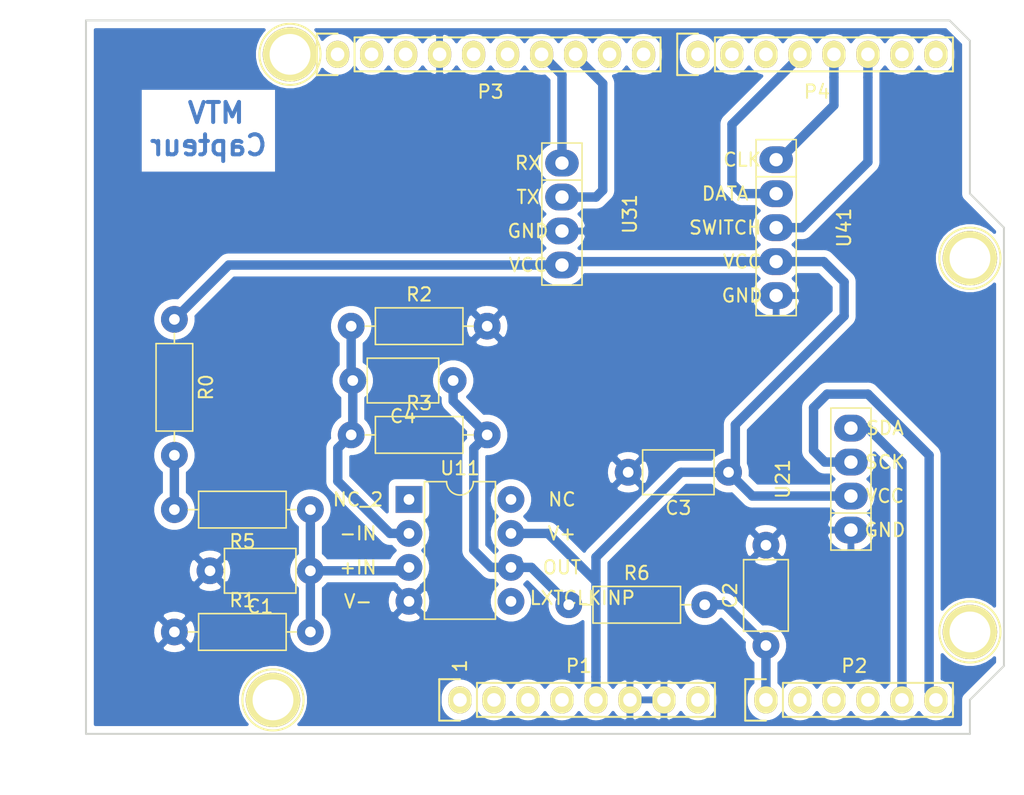
<source format=kicad_pcb>
(kicad_pcb (version 20171130) (host pcbnew "(5.1.2)-2")

  (general
    (thickness 1.6)
    (drawings 28)
    (tracks 85)
    (zones 0)
    (modules 22)
    (nets 40)
  )

  (page A4)
  (title_block
    (date "lun. 30 mars 2015")
  )

  (layers
    (0 F.Cu signal)
    (31 B.Cu signal)
    (32 B.Adhes user)
    (33 F.Adhes user)
    (34 B.Paste user)
    (35 F.Paste user)
    (36 B.SilkS user)
    (37 F.SilkS user)
    (38 B.Mask user)
    (39 F.Mask user)
    (40 Dwgs.User user)
    (41 Cmts.User user)
    (42 Eco1.User user)
    (43 Eco2.User user)
    (44 Edge.Cuts user)
    (45 Margin user)
    (46 B.CrtYd user)
    (47 F.CrtYd user)
    (48 B.Fab user)
    (49 F.Fab user)
  )

  (setup
    (last_trace_width 0.7)
    (user_trace_width 0.7)
    (trace_clearance 0.2)
    (zone_clearance 0.508)
    (zone_45_only no)
    (trace_min 0.2)
    (via_size 0.6)
    (via_drill 0.4)
    (via_min_size 0.4)
    (via_min_drill 0.3)
    (uvia_size 0.3)
    (uvia_drill 0.1)
    (uvias_allowed no)
    (uvia_min_size 0.2)
    (uvia_min_drill 0.1)
    (edge_width 0.15)
    (segment_width 0.15)
    (pcb_text_width 0.3)
    (pcb_text_size 1.5 1.5)
    (mod_edge_width 0.15)
    (mod_text_size 1 1)
    (mod_text_width 0.15)
    (pad_size 2 2)
    (pad_drill 0.8)
    (pad_to_mask_clearance 0)
    (aux_axis_origin 110.998 126.365)
    (grid_origin 110.998 126.365)
    (visible_elements 7FFFFFFF)
    (pcbplotparams
      (layerselection 0x00000_fffffffe)
      (usegerberextensions false)
      (usegerberattributes false)
      (usegerberadvancedattributes false)
      (creategerberjobfile false)
      (excludeedgelayer true)
      (linewidth 0.100000)
      (plotframeref false)
      (viasonmask false)
      (mode 1)
      (useauxorigin false)
      (hpglpennumber 1)
      (hpglpenspeed 20)
      (hpglpendiameter 15.000000)
      (psnegative false)
      (psa4output false)
      (plotreference true)
      (plotvalue true)
      (plotinvisibletext false)
      (padsonsilk false)
      (subtractmaskfromsilk false)
      (outputformat 4)
      (mirror false)
      (drillshape 2)
      (scaleselection 1)
      (outputdirectory "U:/4A/KiCad/"))
  )

  (net 0 "")
  (net 1 /IOREF)
  (net 2 /Reset)
  (net 3 +5V)
  (net 4 GND)
  (net 5 /Vin)
  (net 6 /A1)
  (net 7 /A2)
  (net 8 /A3)
  (net 9 /AREF)
  (net 10 "/9(**)")
  (net 11 /8)
  (net 12 /7)
  (net 13 "/6(**)")
  (net 14 "/5(**)")
  (net 15 "/1(Tx)")
  (net 16 "/0(Rx)")
  (net 17 "Net-(P5-Pad1)")
  (net 18 "Net-(P6-Pad1)")
  (net 19 "Net-(P7-Pad1)")
  (net 20 "Net-(P8-Pad1)")
  (net 21 "/13(SCK)")
  (net 22 "Net-(P1-Pad1)")
  (net 23 +3V3)
  (net 24 "/12(MISO)")
  (net 25 IN+)
  (net 26 ADC)
  (net 27 "Net-(C4-Pad1)")
  (net 28 IN-)
  (net 29 SDA)
  (net 30 SCK)
  (net 31 TX)
  (net 32 RX)
  (net 33 CLK)
  (net 34 DATA)
  (net 35 SWITCH)
  (net 36 "Net-(R0-Pad2)")
  (net 37 "Net-(U11-Pad1)")
  (net 38 "Net-(U11-Pad5)")
  (net 39 "Net-(U11-Pad8)")

  (net_class Default "This is the default net class."
    (clearance 0.2)
    (trace_width 0.25)
    (via_dia 0.6)
    (via_drill 0.4)
    (uvia_dia 0.3)
    (uvia_drill 0.1)
    (add_net +3V3)
    (add_net +5V)
    (add_net "/0(Rx)")
    (add_net "/1(Tx)")
    (add_net "/12(MISO)")
    (add_net "/13(SCK)")
    (add_net "/5(**)")
    (add_net "/6(**)")
    (add_net /7)
    (add_net /8)
    (add_net "/9(**)")
    (add_net /A1)
    (add_net /A2)
    (add_net /A3)
    (add_net /AREF)
    (add_net /IOREF)
    (add_net /Reset)
    (add_net /Vin)
    (add_net ADC)
    (add_net CLK)
    (add_net DATA)
    (add_net GND)
    (add_net IN+)
    (add_net IN-)
    (add_net "Net-(C4-Pad1)")
    (add_net "Net-(P1-Pad1)")
    (add_net "Net-(P5-Pad1)")
    (add_net "Net-(P6-Pad1)")
    (add_net "Net-(P7-Pad1)")
    (add_net "Net-(P8-Pad1)")
    (add_net "Net-(R0-Pad2)")
    (add_net "Net-(U11-Pad1)")
    (add_net "Net-(U11-Pad5)")
    (add_net "Net-(U11-Pad8)")
    (add_net RX)
    (add_net SCK)
    (add_net SDA)
    (add_net SWITCH)
    (add_net TX)
  )

  (module Resistor_THT:R_Axial_DIN0207_L6.3mm_D2.5mm_P10.16mm_Horizontal (layer F.Cu) (tedit 5AE5139B) (tstamp 60487A21)
    (at 130.81 95.885)
    (descr "Resistor, Axial_DIN0207 series, Axial, Horizontal, pin pitch=10.16mm, 0.25W = 1/4W, length*diameter=6.3*2.5mm^2, http://cdn-reichelt.de/documents/datenblatt/B400/1_4W%23YAG.pdf")
    (tags "Resistor Axial_DIN0207 series Axial Horizontal pin pitch 10.16mm 0.25W = 1/4W length 6.3mm diameter 2.5mm")
    (path /60364E4D)
    (fp_text reference R2 (at 5.08 -2.37) (layer F.SilkS)
      (effects (font (size 1 1) (thickness 0.15)))
    )
    (fp_text value 1k (at 5.08 2.37) (layer F.Fab)
      (effects (font (size 1 1) (thickness 0.15)))
    )
    (fp_text user %R (at 5.08 0) (layer F.Fab)
      (effects (font (size 1 1) (thickness 0.15)))
    )
    (fp_line (start 11.21 -1.5) (end -1.05 -1.5) (layer F.CrtYd) (width 0.05))
    (fp_line (start 11.21 1.5) (end 11.21 -1.5) (layer F.CrtYd) (width 0.05))
    (fp_line (start -1.05 1.5) (end 11.21 1.5) (layer F.CrtYd) (width 0.05))
    (fp_line (start -1.05 -1.5) (end -1.05 1.5) (layer F.CrtYd) (width 0.05))
    (fp_line (start 9.12 0) (end 8.35 0) (layer F.SilkS) (width 0.12))
    (fp_line (start 1.04 0) (end 1.81 0) (layer F.SilkS) (width 0.12))
    (fp_line (start 8.35 -1.37) (end 1.81 -1.37) (layer F.SilkS) (width 0.12))
    (fp_line (start 8.35 1.37) (end 8.35 -1.37) (layer F.SilkS) (width 0.12))
    (fp_line (start 1.81 1.37) (end 8.35 1.37) (layer F.SilkS) (width 0.12))
    (fp_line (start 1.81 -1.37) (end 1.81 1.37) (layer F.SilkS) (width 0.12))
    (fp_line (start 10.16 0) (end 8.23 0) (layer F.Fab) (width 0.1))
    (fp_line (start 0 0) (end 1.93 0) (layer F.Fab) (width 0.1))
    (fp_line (start 8.23 -1.25) (end 1.93 -1.25) (layer F.Fab) (width 0.1))
    (fp_line (start 8.23 1.25) (end 8.23 -1.25) (layer F.Fab) (width 0.1))
    (fp_line (start 1.93 1.25) (end 8.23 1.25) (layer F.Fab) (width 0.1))
    (fp_line (start 1.93 -1.25) (end 1.93 1.25) (layer F.Fab) (width 0.1))
    (pad 2 thru_hole circle (at 10.16 0) (size 2 2) (drill 0.8) (layers *.Cu *.Mask)
      (net 4 GND))
    (pad 1 thru_hole circle (at 0 0) (size 2 2) (drill 0.8) (layers *.Cu *.Mask)
      (net 28 IN-))
    (model ${KISYS3DMOD}/Resistor_THT.3dshapes/R_Axial_DIN0207_L6.3mm_D2.5mm_P10.16mm_Horizontal.wrl
      (at (xyz 0 0 0))
      (scale (xyz 1 1 1))
      (rotate (xyz 0 0 0))
    )
  )

  (module Resistor_THT:R_Axial_DIN0207_L6.3mm_D2.5mm_P10.16mm_Horizontal (layer F.Cu) (tedit 6048C956) (tstamp 60487A4F)
    (at 127.762 109.601 180)
    (descr "Resistor, Axial_DIN0207 series, Axial, Horizontal, pin pitch=10.16mm, 0.25W = 1/4W, length*diameter=6.3*2.5mm^2, http://cdn-reichelt.de/documents/datenblatt/B400/1_4W%23YAG.pdf")
    (tags "Resistor Axial_DIN0207 series Axial Horizontal pin pitch 10.16mm 0.25W = 1/4W length 6.3mm diameter 2.5mm")
    (path /60363418)
    (fp_text reference R5 (at 5.08 -2.37) (layer F.SilkS)
      (effects (font (size 1 1) (thickness 0.15)))
    )
    (fp_text value 10k (at 5.08 2.37) (layer F.Fab)
      (effects (font (size 1 1) (thickness 0.15)))
    )
    (fp_line (start 1.93 -1.25) (end 1.93 1.25) (layer F.Fab) (width 0.1))
    (fp_line (start 1.93 1.25) (end 8.23 1.25) (layer F.Fab) (width 0.1))
    (fp_line (start 8.23 1.25) (end 8.23 -1.25) (layer F.Fab) (width 0.1))
    (fp_line (start 8.23 -1.25) (end 1.93 -1.25) (layer F.Fab) (width 0.1))
    (fp_line (start 0 0) (end 1.93 0) (layer F.Fab) (width 0.1))
    (fp_line (start 10.16 0) (end 8.23 0) (layer F.Fab) (width 0.1))
    (fp_line (start 1.81 -1.37) (end 1.81 1.37) (layer F.SilkS) (width 0.12))
    (fp_line (start 1.81 1.37) (end 8.35 1.37) (layer F.SilkS) (width 0.12))
    (fp_line (start 8.35 1.37) (end 8.35 -1.37) (layer F.SilkS) (width 0.12))
    (fp_line (start 8.35 -1.37) (end 1.81 -1.37) (layer F.SilkS) (width 0.12))
    (fp_line (start 1.04 0) (end 1.81 0) (layer F.SilkS) (width 0.12))
    (fp_line (start 9.12 0) (end 8.35 0) (layer F.SilkS) (width 0.12))
    (fp_line (start -1.05 -1.5) (end -1.05 1.5) (layer F.CrtYd) (width 0.05))
    (fp_line (start -1.05 1.5) (end 11.21 1.5) (layer F.CrtYd) (width 0.05))
    (fp_line (start 11.21 1.5) (end 11.21 -1.5) (layer F.CrtYd) (width 0.05))
    (fp_line (start 11.21 -1.5) (end -1.05 -1.5) (layer F.CrtYd) (width 0.05))
    (fp_text user %R (at 5.08 0) (layer F.Fab)
      (effects (font (size 1 1) (thickness 0.15)))
    )
    (pad 1 thru_hole circle (at 0 0 180) (size 2 2) (drill 0.8) (layers *.Cu *.Mask)
      (net 25 IN+))
    (pad 2 thru_hole circle (at 10.16 0 180) (size 2 2) (drill 0.8) (layers *.Cu *.Mask)
      (net 36 "Net-(R0-Pad2)"))
    (model ${KISYS3DMOD}/Resistor_THT.3dshapes/R_Axial_DIN0207_L6.3mm_D2.5mm_P10.16mm_Horizontal.wrl
      (at (xyz 0 0 0))
      (scale (xyz 1 1 1))
      (rotate (xyz 0 0 0))
    )
  )

  (module Resistor_THT:R_Axial_DIN0207_L6.3mm_D2.5mm_P10.16mm_Horizontal (layer F.Cu) (tedit 5AE5139B) (tstamp 604879F3)
    (at 117.602 95.377 270)
    (descr "Resistor, Axial_DIN0207 series, Axial, Horizontal, pin pitch=10.16mm, 0.25W = 1/4W, length*diameter=6.3*2.5mm^2, http://cdn-reichelt.de/documents/datenblatt/B400/1_4W%23YAG.pdf")
    (tags "Resistor Axial_DIN0207 series Axial Horizontal pin pitch 10.16mm 0.25W = 1/4W length 6.3mm diameter 2.5mm")
    (path /6036284A)
    (fp_text reference R0 (at 5.08 -2.37 90) (layer F.SilkS)
      (effects (font (size 1 1) (thickness 0.15)))
    )
    (fp_text value Rsensor (at 5.08 2.37 90) (layer F.Fab)
      (effects (font (size 1 1) (thickness 0.15)))
    )
    (fp_text user %R (at 5.08 0 90) (layer F.Fab)
      (effects (font (size 1 1) (thickness 0.15)))
    )
    (fp_line (start 11.21 -1.5) (end -1.05 -1.5) (layer F.CrtYd) (width 0.05))
    (fp_line (start 11.21 1.5) (end 11.21 -1.5) (layer F.CrtYd) (width 0.05))
    (fp_line (start -1.05 1.5) (end 11.21 1.5) (layer F.CrtYd) (width 0.05))
    (fp_line (start -1.05 -1.5) (end -1.05 1.5) (layer F.CrtYd) (width 0.05))
    (fp_line (start 9.12 0) (end 8.35 0) (layer F.SilkS) (width 0.12))
    (fp_line (start 1.04 0) (end 1.81 0) (layer F.SilkS) (width 0.12))
    (fp_line (start 8.35 -1.37) (end 1.81 -1.37) (layer F.SilkS) (width 0.12))
    (fp_line (start 8.35 1.37) (end 8.35 -1.37) (layer F.SilkS) (width 0.12))
    (fp_line (start 1.81 1.37) (end 8.35 1.37) (layer F.SilkS) (width 0.12))
    (fp_line (start 1.81 -1.37) (end 1.81 1.37) (layer F.SilkS) (width 0.12))
    (fp_line (start 10.16 0) (end 8.23 0) (layer F.Fab) (width 0.1))
    (fp_line (start 0 0) (end 1.93 0) (layer F.Fab) (width 0.1))
    (fp_line (start 8.23 -1.25) (end 1.93 -1.25) (layer F.Fab) (width 0.1))
    (fp_line (start 8.23 1.25) (end 8.23 -1.25) (layer F.Fab) (width 0.1))
    (fp_line (start 1.93 1.25) (end 8.23 1.25) (layer F.Fab) (width 0.1))
    (fp_line (start 1.93 -1.25) (end 1.93 1.25) (layer F.Fab) (width 0.1))
    (pad 2 thru_hole circle (at 10.16 0 270) (size 2 2) (drill 0.8) (layers *.Cu *.Mask)
      (net 36 "Net-(R0-Pad2)"))
    (pad 1 thru_hole circle (at 0 0 270) (size 2 2) (drill 0.8) (layers *.Cu *.Mask)
      (net 3 +5V))
    (model ${KISYS3DMOD}/Resistor_THT.3dshapes/R_Axial_DIN0207_L6.3mm_D2.5mm_P10.16mm_Horizontal.wrl
      (at (xyz 0 0 0))
      (scale (xyz 1 1 1))
      (rotate (xyz 0 0 0))
    )
  )

  (module Resistor_THT:R_Axial_DIN0207_L6.3mm_D2.5mm_P10.16mm_Horizontal (layer F.Cu) (tedit 5AE5139B) (tstamp 60487A38)
    (at 130.81 104.013)
    (descr "Resistor, Axial_DIN0207 series, Axial, Horizontal, pin pitch=10.16mm, 0.25W = 1/4W, length*diameter=6.3*2.5mm^2, http://cdn-reichelt.de/documents/datenblatt/B400/1_4W%23YAG.pdf")
    (tags "Resistor Axial_DIN0207 series Axial Horizontal pin pitch 10.16mm 0.25W = 1/4W length 6.3mm diameter 2.5mm")
    (path /60363F9D)
    (fp_text reference R3 (at 5.08 -2.37) (layer F.SilkS)
      (effects (font (size 1 1) (thickness 0.15)))
    )
    (fp_text value 100k (at 5.08 2.37) (layer F.Fab)
      (effects (font (size 1 1) (thickness 0.15)))
    )
    (fp_line (start 1.93 -1.25) (end 1.93 1.25) (layer F.Fab) (width 0.1))
    (fp_line (start 1.93 1.25) (end 8.23 1.25) (layer F.Fab) (width 0.1))
    (fp_line (start 8.23 1.25) (end 8.23 -1.25) (layer F.Fab) (width 0.1))
    (fp_line (start 8.23 -1.25) (end 1.93 -1.25) (layer F.Fab) (width 0.1))
    (fp_line (start 0 0) (end 1.93 0) (layer F.Fab) (width 0.1))
    (fp_line (start 10.16 0) (end 8.23 0) (layer F.Fab) (width 0.1))
    (fp_line (start 1.81 -1.37) (end 1.81 1.37) (layer F.SilkS) (width 0.12))
    (fp_line (start 1.81 1.37) (end 8.35 1.37) (layer F.SilkS) (width 0.12))
    (fp_line (start 8.35 1.37) (end 8.35 -1.37) (layer F.SilkS) (width 0.12))
    (fp_line (start 8.35 -1.37) (end 1.81 -1.37) (layer F.SilkS) (width 0.12))
    (fp_line (start 1.04 0) (end 1.81 0) (layer F.SilkS) (width 0.12))
    (fp_line (start 9.12 0) (end 8.35 0) (layer F.SilkS) (width 0.12))
    (fp_line (start -1.05 -1.5) (end -1.05 1.5) (layer F.CrtYd) (width 0.05))
    (fp_line (start -1.05 1.5) (end 11.21 1.5) (layer F.CrtYd) (width 0.05))
    (fp_line (start 11.21 1.5) (end 11.21 -1.5) (layer F.CrtYd) (width 0.05))
    (fp_line (start 11.21 -1.5) (end -1.05 -1.5) (layer F.CrtYd) (width 0.05))
    (fp_text user %R (at 5.08 0) (layer F.Fab)
      (effects (font (size 1 1) (thickness 0.15)))
    )
    (pad 1 thru_hole circle (at 0 0) (size 2 2) (drill 0.8) (layers *.Cu *.Mask)
      (net 28 IN-))
    (pad 2 thru_hole circle (at 10.16 0) (size 2 2) (drill 0.8) (layers *.Cu *.Mask)
      (net 27 "Net-(C4-Pad1)"))
    (model ${KISYS3DMOD}/Resistor_THT.3dshapes/R_Axial_DIN0207_L6.3mm_D2.5mm_P10.16mm_Horizontal.wrl
      (at (xyz 0 0 0))
      (scale (xyz 1 1 1))
      (rotate (xyz 0 0 0))
    )
  )

  (module Socket_Arduino_Uno:Socket_Strip_Arduino_1x08 locked (layer F.Cu) (tedit 552168D2) (tstamp 551AF9EA)
    (at 138.938 123.825)
    (descr "Through hole socket strip")
    (tags "socket strip")
    (path /56D70129)
    (fp_text reference P1 (at 8.89 -2.54) (layer F.SilkS)
      (effects (font (size 1 1) (thickness 0.15)))
    )
    (fp_text value Power (at 8.89 -4.064) (layer F.Fab)
      (effects (font (size 1 1) (thickness 0.15)))
    )
    (fp_line (start -1.75 -1.75) (end -1.75 1.75) (layer F.CrtYd) (width 0.05))
    (fp_line (start 19.55 -1.75) (end 19.55 1.75) (layer F.CrtYd) (width 0.05))
    (fp_line (start -1.75 -1.75) (end 19.55 -1.75) (layer F.CrtYd) (width 0.05))
    (fp_line (start -1.75 1.75) (end 19.55 1.75) (layer F.CrtYd) (width 0.05))
    (fp_line (start 1.27 1.27) (end 19.05 1.27) (layer F.SilkS) (width 0.15))
    (fp_line (start 19.05 1.27) (end 19.05 -1.27) (layer F.SilkS) (width 0.15))
    (fp_line (start 19.05 -1.27) (end 1.27 -1.27) (layer F.SilkS) (width 0.15))
    (fp_line (start -1.55 1.55) (end 0 1.55) (layer F.SilkS) (width 0.15))
    (fp_line (start 1.27 1.27) (end 1.27 -1.27) (layer F.SilkS) (width 0.15))
    (fp_line (start 0 -1.55) (end -1.55 -1.55) (layer F.SilkS) (width 0.15))
    (fp_line (start -1.55 -1.55) (end -1.55 1.55) (layer F.SilkS) (width 0.15))
    (pad 1 thru_hole oval (at 0 0) (size 1.7272 2.032) (drill 1.016) (layers *.Cu *.Mask F.SilkS)
      (net 22 "Net-(P1-Pad1)"))
    (pad 2 thru_hole oval (at 2.54 0) (size 1.7272 2.032) (drill 1.016) (layers *.Cu *.Mask F.SilkS)
      (net 1 /IOREF))
    (pad 3 thru_hole oval (at 5.08 0) (size 1.7272 2.032) (drill 1.016) (layers *.Cu *.Mask F.SilkS)
      (net 2 /Reset))
    (pad 4 thru_hole oval (at 7.62 0) (size 1.7272 2.032) (drill 1.016) (layers *.Cu *.Mask F.SilkS)
      (net 23 +3V3))
    (pad 5 thru_hole oval (at 10.16 0) (size 1.7272 2.032) (drill 1.016) (layers *.Cu *.Mask F.SilkS)
      (net 3 +5V))
    (pad 6 thru_hole oval (at 12.7 0) (size 1.7272 2.032) (drill 1.016) (layers *.Cu *.Mask F.SilkS)
      (net 4 GND))
    (pad 7 thru_hole oval (at 15.24 0) (size 1.7272 2.032) (drill 1.016) (layers *.Cu *.Mask F.SilkS)
      (net 4 GND))
    (pad 8 thru_hole oval (at 17.78 0) (size 1.7272 2.032) (drill 1.016) (layers *.Cu *.Mask F.SilkS)
      (net 5 /Vin))
    (model ${KIPRJMOD}/Socket_Arduino_Uno.3dshapes/Socket_header_Arduino_1x08.wrl
      (offset (xyz 8.889999866485596 0 0))
      (scale (xyz 1 1 1))
      (rotate (xyz 0 0 180))
    )
  )

  (module Socket_Arduino_Uno:Socket_Strip_Arduino_1x06 locked (layer F.Cu) (tedit 552168D6) (tstamp 551AF9FF)
    (at 161.798 123.825)
    (descr "Through hole socket strip")
    (tags "socket strip")
    (path /56D70DD8)
    (fp_text reference P2 (at 6.604 -2.54) (layer F.SilkS)
      (effects (font (size 1 1) (thickness 0.15)))
    )
    (fp_text value Analog (at 6.604 -4.064) (layer F.Fab)
      (effects (font (size 1 1) (thickness 0.15)))
    )
    (fp_line (start -1.75 -1.75) (end -1.75 1.75) (layer F.CrtYd) (width 0.05))
    (fp_line (start 14.45 -1.75) (end 14.45 1.75) (layer F.CrtYd) (width 0.05))
    (fp_line (start -1.75 -1.75) (end 14.45 -1.75) (layer F.CrtYd) (width 0.05))
    (fp_line (start -1.75 1.75) (end 14.45 1.75) (layer F.CrtYd) (width 0.05))
    (fp_line (start 1.27 1.27) (end 13.97 1.27) (layer F.SilkS) (width 0.15))
    (fp_line (start 13.97 1.27) (end 13.97 -1.27) (layer F.SilkS) (width 0.15))
    (fp_line (start 13.97 -1.27) (end 1.27 -1.27) (layer F.SilkS) (width 0.15))
    (fp_line (start -1.55 1.55) (end 0 1.55) (layer F.SilkS) (width 0.15))
    (fp_line (start 1.27 1.27) (end 1.27 -1.27) (layer F.SilkS) (width 0.15))
    (fp_line (start 0 -1.55) (end -1.55 -1.55) (layer F.SilkS) (width 0.15))
    (fp_line (start -1.55 -1.55) (end -1.55 1.55) (layer F.SilkS) (width 0.15))
    (pad 1 thru_hole oval (at 0 0) (size 1.7272 2.032) (drill 1.016) (layers *.Cu *.Mask F.SilkS)
      (net 26 ADC))
    (pad 2 thru_hole oval (at 2.54 0) (size 1.7272 2.032) (drill 1.016) (layers *.Cu *.Mask F.SilkS)
      (net 6 /A1))
    (pad 3 thru_hole oval (at 5.08 0) (size 1.7272 2.032) (drill 1.016) (layers *.Cu *.Mask F.SilkS)
      (net 7 /A2))
    (pad 4 thru_hole oval (at 7.62 0) (size 1.7272 2.032) (drill 1.016) (layers *.Cu *.Mask F.SilkS)
      (net 8 /A3))
    (pad 5 thru_hole oval (at 10.16 0) (size 1.7272 2.032) (drill 1.016) (layers *.Cu *.Mask F.SilkS)
      (net 29 SDA))
    (pad 6 thru_hole oval (at 12.7 0) (size 1.7272 2.032) (drill 1.016) (layers *.Cu *.Mask F.SilkS)
      (net 30 SCK))
    (model ${KIPRJMOD}/Socket_Arduino_Uno.3dshapes/Socket_header_Arduino_1x06.wrl
      (offset (xyz 6.349999904632568 0 0))
      (scale (xyz 1 1 1))
      (rotate (xyz 0 0 180))
    )
  )

  (module Socket_Arduino_Uno:Socket_Strip_Arduino_1x10 locked (layer F.Cu) (tedit 552168BF) (tstamp 551AFA18)
    (at 129.794 75.565)
    (descr "Through hole socket strip")
    (tags "socket strip")
    (path /56D721E0)
    (fp_text reference P3 (at 11.43 2.794) (layer F.SilkS)
      (effects (font (size 1 1) (thickness 0.15)))
    )
    (fp_text value Digital (at 11.43 4.318) (layer F.Fab)
      (effects (font (size 1 1) (thickness 0.15)))
    )
    (fp_line (start -1.75 -1.75) (end -1.75 1.75) (layer F.CrtYd) (width 0.05))
    (fp_line (start 24.65 -1.75) (end 24.65 1.75) (layer F.CrtYd) (width 0.05))
    (fp_line (start -1.75 -1.75) (end 24.65 -1.75) (layer F.CrtYd) (width 0.05))
    (fp_line (start -1.75 1.75) (end 24.65 1.75) (layer F.CrtYd) (width 0.05))
    (fp_line (start 1.27 1.27) (end 24.13 1.27) (layer F.SilkS) (width 0.15))
    (fp_line (start 24.13 1.27) (end 24.13 -1.27) (layer F.SilkS) (width 0.15))
    (fp_line (start 24.13 -1.27) (end 1.27 -1.27) (layer F.SilkS) (width 0.15))
    (fp_line (start -1.55 1.55) (end 0 1.55) (layer F.SilkS) (width 0.15))
    (fp_line (start 1.27 1.27) (end 1.27 -1.27) (layer F.SilkS) (width 0.15))
    (fp_line (start 0 -1.55) (end -1.55 -1.55) (layer F.SilkS) (width 0.15))
    (fp_line (start -1.55 -1.55) (end -1.55 1.55) (layer F.SilkS) (width 0.15))
    (pad 1 thru_hole oval (at 0 0) (size 1.7272 2.032) (drill 1.016) (layers *.Cu *.Mask F.SilkS)
      (net 30 SCK))
    (pad 2 thru_hole oval (at 2.54 0) (size 1.7272 2.032) (drill 1.016) (layers *.Cu *.Mask F.SilkS)
      (net 29 SDA))
    (pad 3 thru_hole oval (at 5.08 0) (size 1.7272 2.032) (drill 1.016) (layers *.Cu *.Mask F.SilkS)
      (net 9 /AREF))
    (pad 4 thru_hole oval (at 7.62 0) (size 1.7272 2.032) (drill 1.016) (layers *.Cu *.Mask F.SilkS)
      (net 4 GND))
    (pad 5 thru_hole oval (at 10.16 0) (size 1.7272 2.032) (drill 1.016) (layers *.Cu *.Mask F.SilkS)
      (net 21 "/13(SCK)"))
    (pad 6 thru_hole oval (at 12.7 0) (size 1.7272 2.032) (drill 1.016) (layers *.Cu *.Mask F.SilkS)
      (net 24 "/12(MISO)"))
    (pad 7 thru_hole oval (at 15.24 0) (size 1.7272 2.032) (drill 1.016) (layers *.Cu *.Mask F.SilkS)
      (net 31 TX))
    (pad 8 thru_hole oval (at 17.78 0) (size 1.7272 2.032) (drill 1.016) (layers *.Cu *.Mask F.SilkS)
      (net 32 RX))
    (pad 9 thru_hole oval (at 20.32 0) (size 1.7272 2.032) (drill 1.016) (layers *.Cu *.Mask F.SilkS)
      (net 10 "/9(**)"))
    (pad 10 thru_hole oval (at 22.86 0) (size 1.7272 2.032) (drill 1.016) (layers *.Cu *.Mask F.SilkS)
      (net 11 /8))
    (model ${KIPRJMOD}/Socket_Arduino_Uno.3dshapes/Socket_header_Arduino_1x10.wrl
      (offset (xyz 11.42999982833862 0 0))
      (scale (xyz 1 1 1))
      (rotate (xyz 0 0 180))
    )
  )

  (module Socket_Arduino_Uno:Socket_Strip_Arduino_1x08 locked (layer F.Cu) (tedit 552168C7) (tstamp 551AFA2F)
    (at 156.718 75.565)
    (descr "Through hole socket strip")
    (tags "socket strip")
    (path /56D7164F)
    (fp_text reference P4 (at 8.89 2.794) (layer F.SilkS)
      (effects (font (size 1 1) (thickness 0.15)))
    )
    (fp_text value Digital (at 8.89 4.318) (layer F.Fab)
      (effects (font (size 1 1) (thickness 0.15)))
    )
    (fp_line (start -1.75 -1.75) (end -1.75 1.75) (layer F.CrtYd) (width 0.05))
    (fp_line (start 19.55 -1.75) (end 19.55 1.75) (layer F.CrtYd) (width 0.05))
    (fp_line (start -1.75 -1.75) (end 19.55 -1.75) (layer F.CrtYd) (width 0.05))
    (fp_line (start -1.75 1.75) (end 19.55 1.75) (layer F.CrtYd) (width 0.05))
    (fp_line (start 1.27 1.27) (end 19.05 1.27) (layer F.SilkS) (width 0.15))
    (fp_line (start 19.05 1.27) (end 19.05 -1.27) (layer F.SilkS) (width 0.15))
    (fp_line (start 19.05 -1.27) (end 1.27 -1.27) (layer F.SilkS) (width 0.15))
    (fp_line (start -1.55 1.55) (end 0 1.55) (layer F.SilkS) (width 0.15))
    (fp_line (start 1.27 1.27) (end 1.27 -1.27) (layer F.SilkS) (width 0.15))
    (fp_line (start 0 -1.55) (end -1.55 -1.55) (layer F.SilkS) (width 0.15))
    (fp_line (start -1.55 -1.55) (end -1.55 1.55) (layer F.SilkS) (width 0.15))
    (pad 1 thru_hole oval (at 0 0) (size 1.7272 2.032) (drill 1.016) (layers *.Cu *.Mask F.SilkS)
      (net 12 /7))
    (pad 2 thru_hole oval (at 2.54 0) (size 1.7272 2.032) (drill 1.016) (layers *.Cu *.Mask F.SilkS)
      (net 13 "/6(**)"))
    (pad 3 thru_hole oval (at 5.08 0) (size 1.7272 2.032) (drill 1.016) (layers *.Cu *.Mask F.SilkS)
      (net 14 "/5(**)"))
    (pad 4 thru_hole oval (at 7.62 0) (size 1.7272 2.032) (drill 1.016) (layers *.Cu *.Mask F.SilkS)
      (net 34 DATA))
    (pad 5 thru_hole oval (at 10.16 0) (size 1.7272 2.032) (drill 1.016) (layers *.Cu *.Mask F.SilkS)
      (net 33 CLK))
    (pad 6 thru_hole oval (at 12.7 0) (size 1.7272 2.032) (drill 1.016) (layers *.Cu *.Mask F.SilkS)
      (net 35 SWITCH))
    (pad 7 thru_hole oval (at 15.24 0) (size 1.7272 2.032) (drill 1.016) (layers *.Cu *.Mask F.SilkS)
      (net 15 "/1(Tx)"))
    (pad 8 thru_hole oval (at 17.78 0) (size 1.7272 2.032) (drill 1.016) (layers *.Cu *.Mask F.SilkS)
      (net 16 "/0(Rx)"))
    (model ${KIPRJMOD}/Socket_Arduino_Uno.3dshapes/Socket_header_Arduino_1x08.wrl
      (offset (xyz 8.889999866485596 0 0))
      (scale (xyz 1 1 1))
      (rotate (xyz 0 0 180))
    )
  )

  (module Socket_Arduino_Uno:Arduino_1pin locked (layer F.Cu) (tedit 5524FC39) (tstamp 5524FC3F)
    (at 124.968 123.825)
    (descr "module 1 pin (ou trou mecanique de percage)")
    (tags DEV)
    (path /56D71177)
    (fp_text reference P5 (at 0 -3.048) (layer F.SilkS) hide
      (effects (font (size 1 1) (thickness 0.15)))
    )
    (fp_text value CONN_01X01 (at 0 2.794) (layer F.Fab) hide
      (effects (font (size 1 1) (thickness 0.15)))
    )
    (fp_circle (center 0 0) (end 0 -2.286) (layer F.SilkS) (width 0.15))
    (pad 1 thru_hole circle (at 0 0) (size 4.064 4.064) (drill 3.048) (layers *.Cu *.Mask F.SilkS)
      (net 17 "Net-(P5-Pad1)"))
  )

  (module Socket_Arduino_Uno:Arduino_1pin locked (layer F.Cu) (tedit 5524FC4A) (tstamp 5524FC44)
    (at 177.038 118.745)
    (descr "module 1 pin (ou trou mecanique de percage)")
    (tags DEV)
    (path /56D71274)
    (fp_text reference P6 (at 0 -3.048) (layer F.SilkS) hide
      (effects (font (size 1 1) (thickness 0.15)))
    )
    (fp_text value CONN_01X01 (at 0 2.794) (layer F.Fab) hide
      (effects (font (size 1 1) (thickness 0.15)))
    )
    (fp_circle (center 0 0) (end 0 -2.286) (layer F.SilkS) (width 0.15))
    (pad 1 thru_hole circle (at 0 0) (size 4.064 4.064) (drill 3.048) (layers *.Cu *.Mask F.SilkS)
      (net 18 "Net-(P6-Pad1)"))
  )

  (module Socket_Arduino_Uno:Arduino_1pin locked (layer F.Cu) (tedit 5524FC2F) (tstamp 5524FC49)
    (at 126.238 75.565)
    (descr "module 1 pin (ou trou mecanique de percage)")
    (tags DEV)
    (path /56D712A8)
    (fp_text reference P7 (at 0 -3.048) (layer F.SilkS) hide
      (effects (font (size 1 1) (thickness 0.15)))
    )
    (fp_text value CONN_01X01 (at 0 2.794) (layer F.Fab) hide
      (effects (font (size 1 1) (thickness 0.15)))
    )
    (fp_circle (center 0 0) (end 0 -2.286) (layer F.SilkS) (width 0.15))
    (pad 1 thru_hole circle (at 0 0) (size 4.064 4.064) (drill 3.048) (layers *.Cu *.Mask F.SilkS)
      (net 19 "Net-(P7-Pad1)"))
  )

  (module Socket_Arduino_Uno:Arduino_1pin locked (layer F.Cu) (tedit 5524FC41) (tstamp 5524FC4E)
    (at 177.038 90.805)
    (descr "module 1 pin (ou trou mecanique de percage)")
    (tags DEV)
    (path /56D712DB)
    (fp_text reference P8 (at 0 -3.048) (layer F.SilkS) hide
      (effects (font (size 1 1) (thickness 0.15)))
    )
    (fp_text value CONN_01X01 (at 0 2.794) (layer F.Fab) hide
      (effects (font (size 1 1) (thickness 0.15)))
    )
    (fp_circle (center 0 0) (end 0 -2.286) (layer F.SilkS) (width 0.15))
    (pad 1 thru_hole circle (at 0 0) (size 4.064 4.064) (drill 3.048) (layers *.Cu *.Mask F.SilkS)
      (net 20 "Net-(P8-Pad1)"))
  )

  (module Capacitor_THT:C_Axial_L5.1mm_D3.1mm_P7.50mm_Horizontal (layer F.Cu) (tedit 5AE50EF0) (tstamp 60487997)
    (at 127.762 114.173 180)
    (descr "C, Axial series, Axial, Horizontal, pin pitch=7.5mm, , length*diameter=5.1*3.1mm^2, http://www.vishay.com/docs/45231/arseries.pdf")
    (tags "C Axial series Axial Horizontal pin pitch 7.5mm  length 5.1mm diameter 3.1mm")
    (path /6036557D)
    (fp_text reference C1 (at 3.75 -2.67) (layer F.SilkS)
      (effects (font (size 1 1) (thickness 0.15)))
    )
    (fp_text value 100n (at 3.75 2.67) (layer F.Fab)
      (effects (font (size 1 1) (thickness 0.15)))
    )
    (fp_line (start 1.2 -1.55) (end 1.2 1.55) (layer F.Fab) (width 0.1))
    (fp_line (start 1.2 1.55) (end 6.3 1.55) (layer F.Fab) (width 0.1))
    (fp_line (start 6.3 1.55) (end 6.3 -1.55) (layer F.Fab) (width 0.1))
    (fp_line (start 6.3 -1.55) (end 1.2 -1.55) (layer F.Fab) (width 0.1))
    (fp_line (start 0 0) (end 1.2 0) (layer F.Fab) (width 0.1))
    (fp_line (start 7.5 0) (end 6.3 0) (layer F.Fab) (width 0.1))
    (fp_line (start 1.08 -1.67) (end 1.08 1.67) (layer F.SilkS) (width 0.12))
    (fp_line (start 1.08 1.67) (end 6.42 1.67) (layer F.SilkS) (width 0.12))
    (fp_line (start 6.42 1.67) (end 6.42 -1.67) (layer F.SilkS) (width 0.12))
    (fp_line (start 6.42 -1.67) (end 1.08 -1.67) (layer F.SilkS) (width 0.12))
    (fp_line (start 1.04 0) (end 1.08 0) (layer F.SilkS) (width 0.12))
    (fp_line (start 6.46 0) (end 6.42 0) (layer F.SilkS) (width 0.12))
    (fp_line (start -1.05 -1.8) (end -1.05 1.8) (layer F.CrtYd) (width 0.05))
    (fp_line (start -1.05 1.8) (end 8.55 1.8) (layer F.CrtYd) (width 0.05))
    (fp_line (start 8.55 1.8) (end 8.55 -1.8) (layer F.CrtYd) (width 0.05))
    (fp_line (start 8.55 -1.8) (end -1.05 -1.8) (layer F.CrtYd) (width 0.05))
    (fp_text user %R (at 3.75 0) (layer F.Fab)
      (effects (font (size 1 1) (thickness 0.15)))
    )
    (pad 1 thru_hole circle (at 0 0 180) (size 2 2) (drill 0.8) (layers *.Cu *.Mask)
      (net 25 IN+))
    (pad 2 thru_hole circle (at 7.5 0 180) (size 2 2) (drill 0.8) (layers *.Cu *.Mask)
      (net 4 GND))
    (model ${KISYS3DMOD}/Capacitor_THT.3dshapes/C_Axial_L5.1mm_D3.1mm_P7.50mm_Horizontal.wrl
      (at (xyz 0 0 0))
      (scale (xyz 1 1 1))
      (rotate (xyz 0 0 0))
    )
  )

  (module Capacitor_THT:C_Axial_L5.1mm_D3.1mm_P7.50mm_Horizontal (layer F.Cu) (tedit 5AE50EF0) (tstamp 604879AE)
    (at 161.798 119.761 90)
    (descr "C, Axial series, Axial, Horizontal, pin pitch=7.5mm, , length*diameter=5.1*3.1mm^2, http://www.vishay.com/docs/45231/arseries.pdf")
    (tags "C Axial series Axial Horizontal pin pitch 7.5mm  length 5.1mm diameter 3.1mm")
    (path /6036742B)
    (fp_text reference C2 (at 3.75 -2.67 90) (layer F.SilkS)
      (effects (font (size 1 1) (thickness 0.15)))
    )
    (fp_text value 100n (at 3.75 2.67 90) (layer F.Fab)
      (effects (font (size 1 1) (thickness 0.15)))
    )
    (fp_text user %R (at 3.302 0 90) (layer F.Fab)
      (effects (font (size 1 1) (thickness 0.15)))
    )
    (fp_line (start 8.55 -1.8) (end -1.05 -1.8) (layer F.CrtYd) (width 0.05))
    (fp_line (start 8.55 1.8) (end 8.55 -1.8) (layer F.CrtYd) (width 0.05))
    (fp_line (start -1.05 1.8) (end 8.55 1.8) (layer F.CrtYd) (width 0.05))
    (fp_line (start -1.05 -1.8) (end -1.05 1.8) (layer F.CrtYd) (width 0.05))
    (fp_line (start 6.46 0) (end 6.42 0) (layer F.SilkS) (width 0.12))
    (fp_line (start 1.04 0) (end 1.08 0) (layer F.SilkS) (width 0.12))
    (fp_line (start 6.42 -1.67) (end 1.08 -1.67) (layer F.SilkS) (width 0.12))
    (fp_line (start 6.42 1.67) (end 6.42 -1.67) (layer F.SilkS) (width 0.12))
    (fp_line (start 1.08 1.67) (end 6.42 1.67) (layer F.SilkS) (width 0.12))
    (fp_line (start 1.08 -1.67) (end 1.08 1.67) (layer F.SilkS) (width 0.12))
    (fp_line (start 7.5 0) (end 6.3 0) (layer F.Fab) (width 0.1))
    (fp_line (start 0 0) (end 1.2 0) (layer F.Fab) (width 0.1))
    (fp_line (start 6.3 -1.55) (end 1.2 -1.55) (layer F.Fab) (width 0.1))
    (fp_line (start 6.3 1.55) (end 6.3 -1.55) (layer F.Fab) (width 0.1))
    (fp_line (start 1.2 1.55) (end 6.3 1.55) (layer F.Fab) (width 0.1))
    (fp_line (start 1.2 -1.55) (end 1.2 1.55) (layer F.Fab) (width 0.1))
    (pad 2 thru_hole circle (at 7.5 0 90) (size 2 2) (drill 0.8) (layers *.Cu *.Mask)
      (net 4 GND))
    (pad 1 thru_hole circle (at 0 0 90) (size 2 2) (drill 0.8) (layers *.Cu *.Mask)
      (net 26 ADC))
    (model ${KISYS3DMOD}/Capacitor_THT.3dshapes/C_Axial_L5.1mm_D3.1mm_P7.50mm_Horizontal.wrl
      (at (xyz 0 0 0))
      (scale (xyz 1 1 1))
      (rotate (xyz 0 0 0))
    )
  )

  (module Capacitor_THT:C_Axial_L5.1mm_D3.1mm_P7.50mm_Horizontal (layer F.Cu) (tedit 5AE50EF0) (tstamp 604879C5)
    (at 159.004 106.807 180)
    (descr "C, Axial series, Axial, Horizontal, pin pitch=7.5mm, , length*diameter=5.1*3.1mm^2, http://www.vishay.com/docs/45231/arseries.pdf")
    (tags "C Axial series Axial Horizontal pin pitch 7.5mm  length 5.1mm diameter 3.1mm")
    (path /603663D8)
    (fp_text reference C3 (at 3.75 -2.67) (layer F.SilkS)
      (effects (font (size 1 1) (thickness 0.15)))
    )
    (fp_text value 100n (at 3.75 2.67) (layer F.Fab)
      (effects (font (size 1 1) (thickness 0.15)))
    )
    (fp_text user %R (at 3.75 0) (layer F.Fab)
      (effects (font (size 1 1) (thickness 0.15)))
    )
    (fp_line (start 8.55 -1.8) (end -1.05 -1.8) (layer F.CrtYd) (width 0.05))
    (fp_line (start 8.55 1.8) (end 8.55 -1.8) (layer F.CrtYd) (width 0.05))
    (fp_line (start -1.05 1.8) (end 8.55 1.8) (layer F.CrtYd) (width 0.05))
    (fp_line (start -1.05 -1.8) (end -1.05 1.8) (layer F.CrtYd) (width 0.05))
    (fp_line (start 6.46 0) (end 6.42 0) (layer F.SilkS) (width 0.12))
    (fp_line (start 1.04 0) (end 1.08 0) (layer F.SilkS) (width 0.12))
    (fp_line (start 6.42 -1.67) (end 1.08 -1.67) (layer F.SilkS) (width 0.12))
    (fp_line (start 6.42 1.67) (end 6.42 -1.67) (layer F.SilkS) (width 0.12))
    (fp_line (start 1.08 1.67) (end 6.42 1.67) (layer F.SilkS) (width 0.12))
    (fp_line (start 1.08 -1.67) (end 1.08 1.67) (layer F.SilkS) (width 0.12))
    (fp_line (start 7.5 0) (end 6.3 0) (layer F.Fab) (width 0.1))
    (fp_line (start 0 0) (end 1.2 0) (layer F.Fab) (width 0.1))
    (fp_line (start 6.3 -1.55) (end 1.2 -1.55) (layer F.Fab) (width 0.1))
    (fp_line (start 6.3 1.55) (end 6.3 -1.55) (layer F.Fab) (width 0.1))
    (fp_line (start 1.2 1.55) (end 6.3 1.55) (layer F.Fab) (width 0.1))
    (fp_line (start 1.2 -1.55) (end 1.2 1.55) (layer F.Fab) (width 0.1))
    (pad 2 thru_hole circle (at 7.5 0 180) (size 2 2) (drill 0.8) (layers *.Cu *.Mask)
      (net 4 GND))
    (pad 1 thru_hole circle (at 0 0 180) (size 2 2) (drill 0.8) (layers *.Cu *.Mask)
      (net 3 +5V))
    (model ${KISYS3DMOD}/Capacitor_THT.3dshapes/C_Axial_L5.1mm_D3.1mm_P7.50mm_Horizontal.wrl
      (at (xyz 0 0 0))
      (scale (xyz 1 1 1))
      (rotate (xyz 0 0 0))
    )
  )

  (module Capacitor_THT:C_Axial_L5.1mm_D3.1mm_P7.50mm_Horizontal (layer F.Cu) (tedit 5AE50EF0) (tstamp 604879DC)
    (at 138.43 99.949 180)
    (descr "C, Axial series, Axial, Horizontal, pin pitch=7.5mm, , length*diameter=5.1*3.1mm^2, http://www.vishay.com/docs/45231/arseries.pdf")
    (tags "C Axial series Axial Horizontal pin pitch 7.5mm  length 5.1mm diameter 3.1mm")
    (path /60366C76)
    (fp_text reference C4 (at 3.75 -2.67) (layer F.SilkS)
      (effects (font (size 1 1) (thickness 0.15)))
    )
    (fp_text value 1µ (at 3.75 2.67) (layer F.Fab)
      (effects (font (size 1 1) (thickness 0.15)))
    )
    (fp_line (start 1.2 -1.55) (end 1.2 1.55) (layer F.Fab) (width 0.1))
    (fp_line (start 1.2 1.55) (end 6.3 1.55) (layer F.Fab) (width 0.1))
    (fp_line (start 6.3 1.55) (end 6.3 -1.55) (layer F.Fab) (width 0.1))
    (fp_line (start 6.3 -1.55) (end 1.2 -1.55) (layer F.Fab) (width 0.1))
    (fp_line (start 0 0) (end 1.2 0) (layer F.Fab) (width 0.1))
    (fp_line (start 7.5 0) (end 6.3 0) (layer F.Fab) (width 0.1))
    (fp_line (start 1.08 -1.67) (end 1.08 1.67) (layer F.SilkS) (width 0.12))
    (fp_line (start 1.08 1.67) (end 6.42 1.67) (layer F.SilkS) (width 0.12))
    (fp_line (start 6.42 1.67) (end 6.42 -1.67) (layer F.SilkS) (width 0.12))
    (fp_line (start 6.42 -1.67) (end 1.08 -1.67) (layer F.SilkS) (width 0.12))
    (fp_line (start 1.04 0) (end 1.08 0) (layer F.SilkS) (width 0.12))
    (fp_line (start 6.46 0) (end 6.42 0) (layer F.SilkS) (width 0.12))
    (fp_line (start -1.05 -1.8) (end -1.05 1.8) (layer F.CrtYd) (width 0.05))
    (fp_line (start -1.05 1.8) (end 8.55 1.8) (layer F.CrtYd) (width 0.05))
    (fp_line (start 8.55 1.8) (end 8.55 -1.8) (layer F.CrtYd) (width 0.05))
    (fp_line (start 8.55 -1.8) (end -1.05 -1.8) (layer F.CrtYd) (width 0.05))
    (fp_text user %R (at 3.81 0.254) (layer F.Fab)
      (effects (font (size 1 1) (thickness 0.15)))
    )
    (pad 1 thru_hole circle (at 0 0 180) (size 2 2) (drill 0.8) (layers *.Cu *.Mask)
      (net 27 "Net-(C4-Pad1)"))
    (pad 2 thru_hole circle (at 7.5 0 180) (size 2 2) (drill 0.8) (layers *.Cu *.Mask)
      (net 28 IN-))
    (model ${KISYS3DMOD}/Capacitor_THT.3dshapes/C_Axial_L5.1mm_D3.1mm_P7.50mm_Horizontal.wrl
      (at (xyz 0 0 0))
      (scale (xyz 1 1 1))
      (rotate (xyz 0 0 0))
    )
  )

  (module Resistor_THT:R_Axial_DIN0207_L6.3mm_D2.5mm_P10.16mm_Horizontal (layer F.Cu) (tedit 5AE5139B) (tstamp 60487A0A)
    (at 117.602 118.745)
    (descr "Resistor, Axial_DIN0207 series, Axial, Horizontal, pin pitch=10.16mm, 0.25W = 1/4W, length*diameter=6.3*2.5mm^2, http://cdn-reichelt.de/documents/datenblatt/B400/1_4W%23YAG.pdf")
    (tags "Resistor Axial_DIN0207 series Axial Horizontal pin pitch 10.16mm 0.25W = 1/4W length 6.3mm diameter 2.5mm")
    (path /603639E2)
    (fp_text reference R1 (at 5.08 -2.37) (layer F.SilkS)
      (effects (font (size 1 1) (thickness 0.15)))
    )
    (fp_text value 100k (at 5.08 2.37) (layer F.Fab)
      (effects (font (size 1 1) (thickness 0.15)))
    )
    (fp_text user %R (at 5.08 0) (layer F.Fab)
      (effects (font (size 1 1) (thickness 0.15)))
    )
    (fp_line (start 11.21 -1.5) (end -1.05 -1.5) (layer F.CrtYd) (width 0.05))
    (fp_line (start 11.21 1.5) (end 11.21 -1.5) (layer F.CrtYd) (width 0.05))
    (fp_line (start -1.05 1.5) (end 11.21 1.5) (layer F.CrtYd) (width 0.05))
    (fp_line (start -1.05 -1.5) (end -1.05 1.5) (layer F.CrtYd) (width 0.05))
    (fp_line (start 9.12 0) (end 8.35 0) (layer F.SilkS) (width 0.12))
    (fp_line (start 1.04 0) (end 1.81 0) (layer F.SilkS) (width 0.12))
    (fp_line (start 8.35 -1.37) (end 1.81 -1.37) (layer F.SilkS) (width 0.12))
    (fp_line (start 8.35 1.37) (end 8.35 -1.37) (layer F.SilkS) (width 0.12))
    (fp_line (start 1.81 1.37) (end 8.35 1.37) (layer F.SilkS) (width 0.12))
    (fp_line (start 1.81 -1.37) (end 1.81 1.37) (layer F.SilkS) (width 0.12))
    (fp_line (start 10.16 0) (end 8.23 0) (layer F.Fab) (width 0.1))
    (fp_line (start 0 0) (end 1.93 0) (layer F.Fab) (width 0.1))
    (fp_line (start 8.23 -1.25) (end 1.93 -1.25) (layer F.Fab) (width 0.1))
    (fp_line (start 8.23 1.25) (end 8.23 -1.25) (layer F.Fab) (width 0.1))
    (fp_line (start 1.93 1.25) (end 8.23 1.25) (layer F.Fab) (width 0.1))
    (fp_line (start 1.93 -1.25) (end 1.93 1.25) (layer F.Fab) (width 0.1))
    (pad 2 thru_hole circle (at 10.16 0) (size 2 2) (drill 0.8) (layers *.Cu *.Mask)
      (net 25 IN+))
    (pad 1 thru_hole circle (at 0 0) (size 2 2) (drill 0.8) (layers *.Cu *.Mask)
      (net 4 GND))
    (model ${KISYS3DMOD}/Resistor_THT.3dshapes/R_Axial_DIN0207_L6.3mm_D2.5mm_P10.16mm_Horizontal.wrl
      (at (xyz 0 0 0))
      (scale (xyz 1 1 1))
      (rotate (xyz 0 0 0))
    )
  )

  (module Resistor_THT:R_Axial_DIN0207_L6.3mm_D2.5mm_P10.16mm_Horizontal (layer F.Cu) (tedit 5AE5139B) (tstamp 60487A66)
    (at 147.066 116.713)
    (descr "Resistor, Axial_DIN0207 series, Axial, Horizontal, pin pitch=10.16mm, 0.25W = 1/4W, length*diameter=6.3*2.5mm^2, http://cdn-reichelt.de/documents/datenblatt/B400/1_4W%23YAG.pdf")
    (tags "Resistor Axial_DIN0207 series Axial Horizontal pin pitch 10.16mm 0.25W = 1/4W length 6.3mm diameter 2.5mm")
    (path /6036472A)
    (fp_text reference R6 (at 5.08 -2.37) (layer F.SilkS)
      (effects (font (size 1 1) (thickness 0.15)))
    )
    (fp_text value 1k (at 5.08 2.37) (layer F.Fab)
      (effects (font (size 1 1) (thickness 0.15)))
    )
    (fp_line (start 1.93 -1.25) (end 1.93 1.25) (layer F.Fab) (width 0.1))
    (fp_line (start 1.93 1.25) (end 8.23 1.25) (layer F.Fab) (width 0.1))
    (fp_line (start 8.23 1.25) (end 8.23 -1.25) (layer F.Fab) (width 0.1))
    (fp_line (start 8.23 -1.25) (end 1.93 -1.25) (layer F.Fab) (width 0.1))
    (fp_line (start 0 0) (end 1.93 0) (layer F.Fab) (width 0.1))
    (fp_line (start 10.16 0) (end 8.23 0) (layer F.Fab) (width 0.1))
    (fp_line (start 1.81 -1.37) (end 1.81 1.37) (layer F.SilkS) (width 0.12))
    (fp_line (start 1.81 1.37) (end 8.35 1.37) (layer F.SilkS) (width 0.12))
    (fp_line (start 8.35 1.37) (end 8.35 -1.37) (layer F.SilkS) (width 0.12))
    (fp_line (start 8.35 -1.37) (end 1.81 -1.37) (layer F.SilkS) (width 0.12))
    (fp_line (start 1.04 0) (end 1.81 0) (layer F.SilkS) (width 0.12))
    (fp_line (start 9.12 0) (end 8.35 0) (layer F.SilkS) (width 0.12))
    (fp_line (start -1.05 -1.5) (end -1.05 1.5) (layer F.CrtYd) (width 0.05))
    (fp_line (start -1.05 1.5) (end 11.21 1.5) (layer F.CrtYd) (width 0.05))
    (fp_line (start 11.21 1.5) (end 11.21 -1.5) (layer F.CrtYd) (width 0.05))
    (fp_line (start 11.21 -1.5) (end -1.05 -1.5) (layer F.CrtYd) (width 0.05))
    (fp_text user %R (at 5.08 0) (layer F.Fab)
      (effects (font (size 1 1) (thickness 0.15)))
    )
    (pad 1 thru_hole circle (at 0 0) (size 2 2) (drill 0.8) (layers *.Cu *.Mask)
      (net 27 "Net-(C4-Pad1)"))
    (pad 2 thru_hole circle (at 10.16 0) (size 2 2) (drill 0.8) (layers *.Cu *.Mask)
      (net 26 ADC))
    (model ${KISYS3DMOD}/Resistor_THT.3dshapes/R_Axial_DIN0207_L6.3mm_D2.5mm_P10.16mm_Horizontal.wrl
      (at (xyz 0 0 0))
      (scale (xyz 1 1 1))
      (rotate (xyz 0 0 0))
    )
  )

  (module MonShield:LTC1050 (layer F.Cu) (tedit 6048CA25) (tstamp 60487A8A)
    (at 135.128 108.839)
    (descr "8-lead though-hole mounted DIP package, row spacing 7.62 mm (300 mils)")
    (tags "THT DIP DIL PDIP 2.54mm 7.62mm 300mil")
    (path /6039528E)
    (fp_text reference U11 (at 3.81 -2.33) (layer F.SilkS)
      (effects (font (size 1 1) (thickness 0.15)))
    )
    (fp_text value LTC1050 (at 3.81 9.95) (layer F.Fab)
      (effects (font (size 1 1) (thickness 0.15)))
    )
    (fp_arc (start 3.81 -1.33) (end 2.81 -1.33) (angle -180) (layer F.SilkS) (width 0.12))
    (fp_line (start 1.635 -1.27) (end 6.985 -1.27) (layer F.Fab) (width 0.1))
    (fp_line (start 6.985 -1.27) (end 6.985 8.89) (layer F.Fab) (width 0.1))
    (fp_line (start 6.985 8.89) (end 0.635 8.89) (layer F.Fab) (width 0.1))
    (fp_line (start 0.635 8.89) (end 0.635 -0.27) (layer F.Fab) (width 0.1))
    (fp_line (start 0.635 -0.27) (end 1.635 -1.27) (layer F.Fab) (width 0.1))
    (fp_line (start 2.81 -1.33) (end 1.16 -1.33) (layer F.SilkS) (width 0.12))
    (fp_line (start 1.16 -1.33) (end 1.16 8.95) (layer F.SilkS) (width 0.12))
    (fp_line (start 1.16 8.95) (end 6.46 8.95) (layer F.SilkS) (width 0.12))
    (fp_line (start 6.46 8.95) (end 6.46 -1.33) (layer F.SilkS) (width 0.12))
    (fp_line (start 6.46 -1.33) (end 4.81 -1.33) (layer F.SilkS) (width 0.12))
    (fp_line (start -1.1 -1.55) (end -1.1 9.15) (layer F.CrtYd) (width 0.05))
    (fp_line (start -1.1 9.15) (end 8.7 9.15) (layer F.CrtYd) (width 0.05))
    (fp_line (start 8.7 9.15) (end 8.7 -1.55) (layer F.CrtYd) (width 0.05))
    (fp_line (start 8.7 -1.55) (end -1.1 -1.55) (layer F.CrtYd) (width 0.05))
    (fp_text user %R (at 2.54 4.064) (layer F.Fab)
      (effects (font (size 1 1) (thickness 0.15)))
    )
    (fp_text user NC_2 (at -3.81 0) (layer F.SilkS)
      (effects (font (size 1 1) (thickness 0.15)))
    )
    (fp_text user -IN (at -3.81 2.54) (layer F.SilkS)
      (effects (font (size 1 1) (thickness 0.15)))
    )
    (fp_text user +IN (at -3.81 5.08) (layer F.SilkS)
      (effects (font (size 1 1) (thickness 0.15)))
    )
    (fp_text user V- (at -3.81 7.62) (layer F.SilkS)
      (effects (font (size 1 1) (thickness 0.15)))
    )
    (fp_text user LXTCLKINP (at 12.954 7.366) (layer F.SilkS)
      (effects (font (size 1 1) (thickness 0.15)))
    )
    (fp_text user OUT (at 11.43 5.08) (layer F.SilkS)
      (effects (font (size 1 1) (thickness 0.15)))
    )
    (fp_text user V+ (at 11.43 2.54) (layer F.SilkS)
      (effects (font (size 1 1) (thickness 0.15)))
    )
    (fp_text user NC (at 11.43 0) (layer F.SilkS)
      (effects (font (size 1 1) (thickness 0.15)))
    )
    (pad 1 thru_hole rect (at 0 0) (size 2 2) (drill 0.8) (layers *.Cu *.Mask)
      (net 37 "Net-(U11-Pad1)"))
    (pad 5 thru_hole circle (at 7.62 7.62) (size 2 2) (drill 0.8) (layers *.Cu *.Mask)
      (net 38 "Net-(U11-Pad5)"))
    (pad 2 thru_hole circle (at 0 2.54) (size 2 2) (drill 0.8) (layers *.Cu *.Mask)
      (net 28 IN-))
    (pad 6 thru_hole circle (at 7.62 5.08) (size 2 2) (drill 0.8) (layers *.Cu *.Mask)
      (net 27 "Net-(C4-Pad1)"))
    (pad 3 thru_hole circle (at 0 5.08) (size 2 2) (drill 0.8) (layers *.Cu *.Mask)
      (net 25 IN+))
    (pad 7 thru_hole circle (at 7.62 2.54) (size 2 2) (drill 0.8) (layers *.Cu *.Mask)
      (net 3 +5V))
    (pad 4 thru_hole circle (at 0 7.62) (size 2 2) (drill 0.8) (layers *.Cu *.Mask)
      (net 4 GND))
    (pad 8 thru_hole circle (at 7.62 0) (size 2 2) (drill 0.8) (layers *.Cu *.Mask)
      (net 39 "Net-(U11-Pad8)"))
    (model ${KISYS3DMOD}/Package_DIP.3dshapes/DIP-8_W7.62mm.wrl
      (at (xyz 0 0 0))
      (scale (xyz 1 1 1))
      (rotate (xyz 0 0 0))
    )
  )

  (module MonShield:OLED_0.91 (layer F.Cu) (tedit 60363099) (tstamp 60487A9F)
    (at 168.148 107.315 90)
    (path /603C5630)
    (fp_text reference U21 (at 0 -5.08 90) (layer F.SilkS)
      (effects (font (size 1 1) (thickness 0.15)))
    )
    (fp_text value OLED_0.91 (at 0 -2.5 90) (layer F.Fab)
      (effects (font (size 1 1) (thickness 0.15)))
    )
    (fp_line (start -5.31 -1.5) (end 5.31 -1.5) (layer F.SilkS) (width 0.12))
    (fp_line (start 5.31 -1.5) (end 5.31 1.5) (layer F.SilkS) (width 0.12))
    (fp_line (start 5.31 1.5) (end -5.31 1.5) (layer F.SilkS) (width 0.12))
    (fp_line (start -5.31 1.5) (end -5.31 -1.5) (layer F.SilkS) (width 0.12))
    (fp_line (start -2.54 -1.5) (end -2.54 1.5) (layer F.SilkS) (width 0.12))
    (fp_line (start -5.06 -1.25) (end 5.06 -1.25) (layer F.CrtYd) (width 0.05))
    (fp_line (start 5.06 -1.25) (end 5.06 1.25) (layer F.CrtYd) (width 0.05))
    (fp_line (start 5.06 1.25) (end -5.06 1.25) (layer F.CrtYd) (width 0.05))
    (fp_line (start -5.06 1.25) (end -5.06 -1.25) (layer F.CrtYd) (width 0.05))
    (fp_text user GND (at -3.81 2.54) (layer F.SilkS)
      (effects (font (size 1 1) (thickness 0.15)))
    )
    (fp_text user VCC (at -1.27 2.54) (layer F.SilkS)
      (effects (font (size 1 1) (thickness 0.15)))
    )
    (fp_text user SCK (at 1.27 2.54) (layer F.SilkS)
      (effects (font (size 1 1) (thickness 0.15)))
    )
    (fp_text user SDA (at 3.81 2.54) (layer F.SilkS)
      (effects (font (size 1 1) (thickness 0.15)))
    )
    (pad 1 thru_hole oval (at -3.81 0 90) (size 2 2.5) (drill 1) (layers *.Cu *.Mask)
      (net 4 GND))
    (pad 2 thru_hole oval (at -1.27 0 90) (size 2 2.5) (drill 1) (layers *.Cu *.Mask)
      (net 3 +5V))
    (pad 3 thru_hole oval (at 1.27 0 90) (size 2 2.5) (drill 1) (layers *.Cu *.Mask)
      (net 30 SCK))
    (pad 4 thru_hole oval (at 3.81 0 90) (size 2 2.5) (drill 1) (layers *.Cu *.Mask)
      (net 29 SDA))
    (model C:/Users/moliveir/Downloads/pixhawk_i2c_screen.step
      (offset (xyz 0 -12.3 8))
      (scale (xyz 1 1 1))
      (rotate (xyz 0 0 0))
    )
  )

  (module MonShield:Bluetooth-HC05 (layer F.Cu) (tedit 6048C900) (tstamp 60487AB4)
    (at 146.558 87.503 270)
    (path /603D6A1A)
    (fp_text reference U31 (at 0 -5.08 90) (layer F.SilkS)
      (effects (font (size 1 1) (thickness 0.15)))
    )
    (fp_text value Bluetooth-HC05 (at 0 -2.5 90) (layer F.Fab)
      (effects (font (size 1 1) (thickness 0.15)))
    )
    (fp_line (start -5.31 -1.5) (end 5.31 -1.5) (layer F.SilkS) (width 0.12))
    (fp_line (start 5.31 -1.5) (end 5.31 1.5) (layer F.SilkS) (width 0.12))
    (fp_line (start 5.31 1.5) (end -5.31 1.5) (layer F.SilkS) (width 0.12))
    (fp_line (start -5.31 1.5) (end -5.31 -1.5) (layer F.SilkS) (width 0.12))
    (fp_line (start -2.54 -1.5) (end -2.54 1.5) (layer F.SilkS) (width 0.12))
    (fp_line (start -5.06 -1.25) (end 5.06 -1.25) (layer F.CrtYd) (width 0.05))
    (fp_line (start 5.06 -1.25) (end 5.06 1.25) (layer F.CrtYd) (width 0.05))
    (fp_line (start 5.06 1.25) (end -5.06 1.25) (layer F.CrtYd) (width 0.05))
    (fp_line (start -5.06 1.25) (end -5.06 -1.25) (layer F.CrtYd) (width 0.05))
    (fp_text user VCC (at 3.81 2.54) (layer F.SilkS)
      (effects (font (size 1 1) (thickness 0.15)))
    )
    (fp_text user GND (at 1.27 2.54) (layer F.SilkS)
      (effects (font (size 1 1) (thickness 0.15)))
    )
    (fp_text user TX (at -1.27 2.54) (layer F.SilkS)
      (effects (font (size 1 1) (thickness 0.15)))
    )
    (fp_text user RX (at -3.81 2.54) (layer F.SilkS)
      (effects (font (size 1 1) (thickness 0.15)))
    )
    (pad 4 thru_hole oval (at -3.81 0 270) (size 2 2.5) (drill 1) (layers *.Cu *.Mask)
      (net 31 TX))
    (pad 3 thru_hole oval (at -1.27 0 270) (size 2 2.5) (drill 1) (layers *.Cu *.Mask)
      (net 32 RX))
    (pad 2 thru_hole oval (at 1.27 0 270) (size 2 2.5) (drill 1) (layers *.Cu *.Mask)
      (net 4 GND))
    (pad 1 thru_hole oval (at 3.81 0 270) (size 2 2.5) (drill 1) (layers *.Cu *.Mask)
      (net 3 +5V))
    (model C:/Users/moliveir/Downloads/HC05.ipt
      (at (xyz 0 0 0))
      (scale (xyz 1 1 1))
      (rotate (xyz 0 0 0))
    )
    (model "C:/Users/moliveir/Downloads/HC-05 Bluetooth Module.stp"
      (offset (xyz -47.8 -69.5 -5))
      (scale (xyz 1 1 1))
      (rotate (xyz 0 0 90))
    )
  )

  (module MonShield:ENCODEUR_KY040 (layer F.Cu) (tedit 60363162) (tstamp 60487ACB)
    (at 162.56 88.519 270)
    (path /603ECF2F)
    (fp_text reference U41 (at 0 -5.08 90) (layer F.SilkS)
      (effects (font (size 1 1) (thickness 0.15)))
    )
    (fp_text value ENCODEUR_KY_040 (at 0 -2.5 90) (layer F.Fab)
      (effects (font (size 1 1) (thickness 0.15)))
    )
    (fp_line (start -6.58 -1.5) (end 6.58 -1.5) (layer F.SilkS) (width 0.12))
    (fp_line (start 6.58 -1.5) (end 6.58 1.5) (layer F.SilkS) (width 0.12))
    (fp_line (start 6.58 1.5) (end -6.58 1.5) (layer F.SilkS) (width 0.12))
    (fp_line (start -6.58 1.5) (end -6.58 -1.5) (layer F.SilkS) (width 0.12))
    (fp_line (start -3.81 -1.5) (end -3.81 1.5) (layer F.SilkS) (width 0.12))
    (fp_line (start -6.33 -1.25) (end 6.33 -1.25) (layer F.CrtYd) (width 0.05))
    (fp_line (start 6.33 -1.25) (end 6.33 1.25) (layer F.CrtYd) (width 0.05))
    (fp_line (start 6.33 1.25) (end -6.33 1.25) (layer F.CrtYd) (width 0.05))
    (fp_line (start -6.33 1.25) (end -6.33 -1.25) (layer F.CrtYd) (width 0.05))
    (fp_text user GND (at 5.08 2.54) (layer F.SilkS)
      (effects (font (size 1 1) (thickness 0.15)))
    )
    (fp_text user VCC (at 2.54 2.54) (layer F.SilkS)
      (effects (font (size 1 1) (thickness 0.15)))
    )
    (fp_text user SWITCH (at 0 3.81) (layer F.SilkS)
      (effects (font (size 1 1) (thickness 0.15)))
    )
    (fp_text user DATA (at -2.54 3.81) (layer F.SilkS)
      (effects (font (size 1 1) (thickness 0.15)))
    )
    (fp_text user CLK (at -5.08 2.54) (layer F.SilkS)
      (effects (font (size 1 1) (thickness 0.15)))
    )
    (pad 1 thru_hole oval (at -5.08 0 270) (size 2 2.5) (drill 1) (layers *.Cu *.Mask)
      (net 33 CLK))
    (pad 2 thru_hole oval (at -2.54 0 270) (size 2 2.5) (drill 1) (layers *.Cu *.Mask)
      (net 34 DATA))
    (pad 3 thru_hole oval (at 0 0 270) (size 2 2.5) (drill 1) (layers *.Cu *.Mask)
      (net 35 SWITCH))
    (pad 4 thru_hole oval (at 2.54 0 270) (size 2 2.5) (drill 1) (layers *.Cu *.Mask)
      (net 3 +5V))
    (pad 5 thru_hole oval (at 5.08 0 270) (size 2 2.5) (drill 1) (layers *.Cu *.Mask)
      (net 4 GND))
    (model "C:/Users/moliveir/Downloads/KY-040 Rotary Encoder.STEP"
      (offset (xyz 5 -6.95 30))
      (scale (xyz 1 1 1))
      (rotate (xyz 0 180 0))
    )
  )

  (gr_text "MTV \nCapteur" (at 120.142 81.153) (layer B.Cu)
    (effects (font (size 1.5 1.5) (thickness 0.3)) (justify mirror))
  )
  (gr_text 1 (at 138.938 121.285 90) (layer F.SilkS)
    (effects (font (size 1 1) (thickness 0.15)))
  )
  (gr_circle (center 117.348 76.962) (end 118.618 76.962) (layer Dwgs.User) (width 0.15))
  (gr_line (start 114.427 78.994) (end 114.427 74.93) (angle 90) (layer Dwgs.User) (width 0.15))
  (gr_line (start 120.269 78.994) (end 114.427 78.994) (angle 90) (layer Dwgs.User) (width 0.15))
  (gr_line (start 120.269 74.93) (end 120.269 78.994) (angle 90) (layer Dwgs.User) (width 0.15))
  (gr_line (start 114.427 74.93) (end 120.269 74.93) (angle 90) (layer Dwgs.User) (width 0.15))
  (gr_line (start 120.523 93.98) (end 104.648 93.98) (angle 90) (layer Dwgs.User) (width 0.15))
  (gr_line (start 177.038 74.549) (end 175.514 73.025) (angle 90) (layer Edge.Cuts) (width 0.15))
  (gr_line (start 177.038 85.979) (end 177.038 74.549) (angle 90) (layer Edge.Cuts) (width 0.15))
  (gr_line (start 179.578 88.519) (end 177.038 85.979) (angle 90) (layer Edge.Cuts) (width 0.15))
  (gr_line (start 179.578 121.285) (end 179.578 88.519) (angle 90) (layer Edge.Cuts) (width 0.15))
  (gr_line (start 177.038 123.825) (end 179.578 121.285) (angle 90) (layer Edge.Cuts) (width 0.15))
  (gr_line (start 177.038 126.365) (end 177.038 123.825) (angle 90) (layer Edge.Cuts) (width 0.15))
  (gr_line (start 110.998 126.365) (end 177.038 126.365) (angle 90) (layer Edge.Cuts) (width 0.15))
  (gr_line (start 110.998 73.025) (end 110.998 126.365) (angle 90) (layer Edge.Cuts) (width 0.15))
  (gr_line (start 175.514 73.025) (end 110.998 73.025) (angle 90) (layer Edge.Cuts) (width 0.15))
  (gr_line (start 173.355 102.235) (end 173.355 94.615) (angle 90) (layer Dwgs.User) (width 0.15))
  (gr_line (start 178.435 102.235) (end 173.355 102.235) (angle 90) (layer Dwgs.User) (width 0.15))
  (gr_line (start 178.435 94.615) (end 178.435 102.235) (angle 90) (layer Dwgs.User) (width 0.15))
  (gr_line (start 173.355 94.615) (end 178.435 94.615) (angle 90) (layer Dwgs.User) (width 0.15))
  (gr_line (start 109.093 123.19) (end 109.093 114.3) (angle 90) (layer Dwgs.User) (width 0.15))
  (gr_line (start 122.428 123.19) (end 109.093 123.19) (angle 90) (layer Dwgs.User) (width 0.15))
  (gr_line (start 122.428 114.3) (end 122.428 123.19) (angle 90) (layer Dwgs.User) (width 0.15))
  (gr_line (start 109.093 114.3) (end 122.428 114.3) (angle 90) (layer Dwgs.User) (width 0.15))
  (gr_line (start 104.648 93.98) (end 104.648 82.55) (angle 90) (layer Dwgs.User) (width 0.15))
  (gr_line (start 120.523 82.55) (end 120.523 93.98) (angle 90) (layer Dwgs.User) (width 0.15))
  (gr_line (start 104.648 82.55) (end 120.523 82.55) (angle 90) (layer Dwgs.User) (width 0.15))

  (segment (start 149.098 123.6726) (end 149.098 123.825) (width 0.7) (layer B.Cu) (net 3))
  (segment (start 146.812 91.059) (end 146.558 91.313) (width 0.7) (layer B.Cu) (net 3))
  (segment (start 162.56 91.059) (end 146.812 91.059) (width 0.7) (layer B.Cu) (net 3))
  (segment (start 160.782 108.585) (end 159.004 106.807) (width 0.7) (layer B.Cu) (net 3))
  (segment (start 168.148 108.585) (end 160.782 108.585) (width 0.7) (layer B.Cu) (net 3))
  (segment (start 149.098 122.109) (end 149.098 123.825) (width 0.7) (layer B.Cu) (net 3))
  (segment (start 149.098 114.968998) (end 149.098 122.109) (width 0.7) (layer B.Cu) (net 3))
  (segment (start 145.508002 111.379) (end 149.098 114.968998) (width 0.7) (layer B.Cu) (net 3))
  (segment (start 142.748 111.379) (end 145.508002 111.379) (width 0.7) (layer B.Cu) (net 3))
  (segment (start 159.512 106.299) (end 159.512 103.251) (width 0.7) (layer B.Cu) (net 3))
  (segment (start 159.512 103.251) (end 167.64 95.123) (width 0.7) (layer B.Cu) (net 3))
  (segment (start 167.64 95.123) (end 167.64 92.583) (width 0.7) (layer B.Cu) (net 3))
  (segment (start 166.116 91.059) (end 162.56 91.059) (width 0.7) (layer B.Cu) (net 3))
  (segment (start 167.64 92.583) (end 166.116 91.059) (width 0.7) (layer B.Cu) (net 3))
  (segment (start 149.098 114.968998) (end 149.098 113.157) (width 0.7) (layer B.Cu) (net 3))
  (segment (start 155.448 106.807) (end 159.004 106.807) (width 0.7) (layer B.Cu) (net 3))
  (segment (start 149.098 113.157) (end 155.448 106.807) (width 0.7) (layer B.Cu) (net 3))
  (segment (start 121.666 91.313) (end 146.558 91.313) (width 0.7) (layer B.Cu) (net 3))
  (segment (start 117.602 95.377) (end 121.666 91.313) (width 0.7) (layer B.Cu) (net 3))
  (segment (start 137.668 75.565) (end 137.414 75.565) (width 0.7) (layer B.Cu) (net 4))
  (segment (start 137.414 75.7174) (end 137.414 75.565) (width 0.7) (layer B.Cu) (net 4))
  (segment (start 154.178 123.6726) (end 154.178 123.825) (width 0.7) (layer B.Cu) (net 4))
  (segment (start 127.762 109.601) (end 127.762 114.173) (width 0.7) (layer B.Cu) (net 25))
  (segment (start 127.762 114.173) (end 127.762 118.745) (width 0.7) (layer B.Cu) (net 25))
  (segment (start 134.874 114.173) (end 135.128 113.919) (width 0.7) (layer B.Cu) (net 25))
  (segment (start 127.762 114.173) (end 134.874 114.173) (width 0.7) (layer B.Cu) (net 25))
  (segment (start 162.052 123.825) (end 161.798 123.825) (width 0.7) (layer B.Cu) (net 26))
  (segment (start 158.75 116.713) (end 161.798 119.761) (width 0.7) (layer B.Cu) (net 26))
  (segment (start 157.226 116.713) (end 158.75 116.713) (width 0.7) (layer B.Cu) (net 26))
  (segment (start 161.798 119.761) (end 161.798 123.825) (width 0.7) (layer B.Cu) (net 26))
  (segment (start 143.256 113.411) (end 142.748 113.919) (width 0.7) (layer B.Cu) (net 27))
  (segment (start 144.272 113.919) (end 147.066 116.713) (width 0.7) (layer B.Cu) (net 27))
  (segment (start 142.748 113.919) (end 144.272 113.919) (width 0.7) (layer B.Cu) (net 27))
  (segment (start 138.43 101.473) (end 140.97 104.013) (width 0.7) (layer B.Cu) (net 27))
  (segment (start 138.43 99.949) (end 138.43 101.473) (width 0.7) (layer B.Cu) (net 27))
  (segment (start 141.256002 113.919) (end 142.748 113.919) (width 0.7) (layer B.Cu) (net 27))
  (segment (start 139.970001 112.632999) (end 141.256002 113.919) (width 0.7) (layer B.Cu) (net 27))
  (segment (start 140.97 104.013) (end 139.970001 105.012999) (width 0.7) (layer B.Cu) (net 27))
  (segment (start 139.970001 105.012999) (end 139.970001 112.632999) (width 0.7) (layer B.Cu) (net 27))
  (segment (start 130.81 99.829) (end 130.93 99.949) (width 0.7) (layer B.Cu) (net 28))
  (segment (start 130.81 95.885) (end 130.81 99.829) (width 0.7) (layer B.Cu) (net 28))
  (segment (start 130.93 103.893) (end 130.81 104.013) (width 0.7) (layer B.Cu) (net 28))
  (segment (start 130.93 99.949) (end 130.93 103.893) (width 0.7) (layer B.Cu) (net 28))
  (segment (start 133.713787 111.379) (end 135.128 111.379) (width 0.7) (layer B.Cu) (net 28))
  (segment (start 129.810001 107.475214) (end 133.713787 111.379) (width 0.7) (layer B.Cu) (net 28))
  (segment (start 129.810001 105.012999) (end 129.810001 107.475214) (width 0.7) (layer B.Cu) (net 28))
  (segment (start 130.81 104.013) (end 129.810001 105.012999) (width 0.7) (layer B.Cu) (net 28))
  (segment (start 171.958 123.317) (end 171.958 123.825) (width 0.7) (layer B.Cu) (net 29))
  (segment (start 171.958 123.6726) (end 171.958 123.825) (width 0.7) (layer B.Cu) (net 29))
  (segment (start 171.958 106.045) (end 171.958 123.825) (width 0.7) (layer B.Cu) (net 29))
  (segment (start 168.148 103.505) (end 169.418 103.505) (width 0.7) (layer B.Cu) (net 29))
  (segment (start 169.418 103.505) (end 171.958 106.045) (width 0.7) (layer B.Cu) (net 29))
  (segment (start 174.498 123.317) (end 174.498 123.825) (width 0.7) (layer B.Cu) (net 30))
  (segment (start 174.498 123.571) (end 174.498 123.825) (width 0.7) (layer B.Cu) (net 30))
  (segment (start 166.198 106.045) (end 168.148 106.045) (width 0.7) (layer B.Cu) (net 30))
  (segment (start 165.354 105.201) (end 166.198 106.045) (width 0.7) (layer B.Cu) (net 30))
  (segment (start 165.354 101.981) (end 165.354 105.201) (width 0.7) (layer B.Cu) (net 30))
  (segment (start 174.498 123.6726) (end 173.99 123.1646) (width 0.7) (layer B.Cu) (net 30))
  (segment (start 174.498 123.825) (end 174.498 123.6726) (width 0.7) (layer B.Cu) (net 30))
  (segment (start 173.99 123.1646) (end 173.99 105.537) (width 0.7) (layer B.Cu) (net 30))
  (segment (start 173.99 105.537) (end 169.418 100.965) (width 0.7) (layer B.Cu) (net 30))
  (segment (start 169.418 100.965) (end 166.37 100.965) (width 0.7) (layer B.Cu) (net 30))
  (segment (start 166.37 100.965) (end 165.354 101.981) (width 0.7) (layer B.Cu) (net 30))
  (segment (start 146.558 77.089) (end 145.034 75.565) (width 0.7) (layer B.Cu) (net 31))
  (segment (start 146.558 83.693) (end 146.558 77.089) (width 0.7) (layer B.Cu) (net 31))
  (segment (start 146.558 86.233) (end 149.098 86.233) (width 0.7) (layer B.Cu) (net 32))
  (segment (start 149.098 86.233) (end 149.606 85.725) (width 0.7) (layer B.Cu) (net 32))
  (segment (start 147.574 75.7174) (end 147.574 75.565) (width 0.7) (layer B.Cu) (net 32))
  (segment (start 149.606 77.7494) (end 147.574 75.7174) (width 0.7) (layer B.Cu) (net 32))
  (segment (start 149.606 85.725) (end 149.606 77.7494) (width 0.7) (layer B.Cu) (net 32))
  (segment (start 166.878 75.7174) (end 166.878 75.565) (width 0.7) (layer B.Cu) (net 33))
  (segment (start 166.878 77.281) (end 166.878 75.565) (width 0.7) (layer B.Cu) (net 33))
  (segment (start 166.878 79.371) (end 166.878 77.281) (width 0.7) (layer B.Cu) (net 33))
  (segment (start 162.81 83.439) (end 166.878 79.371) (width 0.7) (layer B.Cu) (net 33))
  (segment (start 162.56 83.439) (end 162.81 83.439) (width 0.7) (layer B.Cu) (net 33))
  (segment (start 162.56 85.979) (end 160.02 85.979) (width 0.7) (layer B.Cu) (net 34))
  (segment (start 160.02 85.979) (end 159.258 85.217) (width 0.7) (layer B.Cu) (net 34))
  (segment (start 164.338 75.7174) (end 164.338 75.565) (width 0.7) (layer B.Cu) (net 34))
  (segment (start 159.258 80.7974) (end 164.338 75.7174) (width 0.7) (layer B.Cu) (net 34))
  (segment (start 159.258 85.217) (end 159.258 80.7974) (width 0.7) (layer B.Cu) (net 34))
  (segment (start 169.418 77.281) (end 169.418 75.565) (width 0.7) (layer B.Cu) (net 35))
  (segment (start 169.418 83.611) (end 169.418 77.281) (width 0.7) (layer B.Cu) (net 35))
  (segment (start 164.51 88.519) (end 169.418 83.611) (width 0.7) (layer B.Cu) (net 35))
  (segment (start 162.56 88.519) (end 164.51 88.519) (width 0.7) (layer B.Cu) (net 35))
  (segment (start 117.602 105.537) (end 117.602 109.601) (width 0.7) (layer B.Cu) (net 36))

  (zone (net 4) (net_name GND) (layer B.Cu) (tstamp 6048D6FA) (hatch edge 0.508)
    (connect_pads (clearance 0.508))
    (min_thickness 0.254)
    (fill yes (arc_segments 32) (thermal_gap 0.508) (thermal_bridge_width 0.508))
    (polygon
      (pts
        (xy 108.966 71.501) (xy 181.102 71.501) (xy 181.102 130.429) (xy 106.934 130.937)
      )
    )
    (filled_polygon
      (pts
        (xy 124.166406 73.864887) (xy 123.874536 74.301702) (xy 123.673492 74.787065) (xy 123.571 75.302323) (xy 123.571 75.827677)
        (xy 123.673492 76.342935) (xy 123.874536 76.828298) (xy 124.166406 77.265113) (xy 124.537887 77.636594) (xy 124.974702 77.928464)
        (xy 125.460065 78.129508) (xy 125.975323 78.232) (xy 126.500677 78.232) (xy 127.015935 78.129508) (xy 127.501298 77.928464)
        (xy 127.938113 77.636594) (xy 128.309594 77.265113) (xy 128.601464 76.828298) (xy 128.657001 76.694219) (xy 128.729203 76.782197)
        (xy 128.957395 76.969469) (xy 129.217737 77.108625) (xy 129.500224 77.194316) (xy 129.794 77.223251) (xy 130.087777 77.194316)
        (xy 130.370264 77.108625) (xy 130.630606 76.969469) (xy 130.858797 76.782197) (xy 131.046069 76.554006) (xy 131.064 76.520459)
        (xy 131.081931 76.554006) (xy 131.269203 76.782197) (xy 131.497395 76.969469) (xy 131.757737 77.108625) (xy 132.040224 77.194316)
        (xy 132.334 77.223251) (xy 132.627777 77.194316) (xy 132.910264 77.108625) (xy 133.170606 76.969469) (xy 133.398797 76.782197)
        (xy 133.586069 76.554006) (xy 133.604 76.520459) (xy 133.621931 76.554006) (xy 133.809203 76.782197) (xy 134.037395 76.969469)
        (xy 134.297737 77.108625) (xy 134.580224 77.194316) (xy 134.874 77.223251) (xy 135.167777 77.194316) (xy 135.450264 77.108625)
        (xy 135.710606 76.969469) (xy 135.938797 76.782197) (xy 136.126069 76.554006) (xy 136.147424 76.514053) (xy 136.295514 76.716729)
        (xy 136.511965 76.915733) (xy 136.763081 77.068686) (xy 137.039211 77.169709) (xy 137.054974 77.172358) (xy 137.287 77.051217)
        (xy 137.287 75.692) (xy 137.267 75.692) (xy 137.267 75.438) (xy 137.287 75.438) (xy 137.287 74.078783)
        (xy 137.541 74.078783) (xy 137.541 75.438) (xy 137.561 75.438) (xy 137.561 75.692) (xy 137.541 75.692)
        (xy 137.541 77.051217) (xy 137.773026 77.172358) (xy 137.788789 77.169709) (xy 138.064919 77.068686) (xy 138.316035 76.915733)
        (xy 138.532486 76.716729) (xy 138.680576 76.514053) (xy 138.701931 76.554006) (xy 138.889203 76.782197) (xy 139.117395 76.969469)
        (xy 139.377737 77.108625) (xy 139.660224 77.194316) (xy 139.954 77.223251) (xy 140.247777 77.194316) (xy 140.530264 77.108625)
        (xy 140.790606 76.969469) (xy 141.018797 76.782197) (xy 141.206069 76.554006) (xy 141.224 76.520459) (xy 141.241931 76.554006)
        (xy 141.429203 76.782197) (xy 141.657395 76.969469) (xy 141.917737 77.108625) (xy 142.200224 77.194316) (xy 142.494 77.223251)
        (xy 142.787777 77.194316) (xy 143.070264 77.108625) (xy 143.330606 76.969469) (xy 143.558797 76.782197) (xy 143.746069 76.554006)
        (xy 143.764 76.520459) (xy 143.781931 76.554006) (xy 143.969203 76.782197) (xy 144.197395 76.969469) (xy 144.457737 77.108625)
        (xy 144.740224 77.194316) (xy 145.034 77.223251) (xy 145.275468 77.199468) (xy 145.573001 77.497001) (xy 145.573 82.231958)
        (xy 145.395248 82.326969) (xy 145.146286 82.531286) (xy 144.941969 82.780248) (xy 144.790148 83.064285) (xy 144.696657 83.372484)
        (xy 144.665089 83.693) (xy 144.696657 84.013516) (xy 144.790148 84.321715) (xy 144.941969 84.605752) (xy 145.146286 84.854714)
        (xy 145.278233 84.963) (xy 145.146286 85.071286) (xy 144.941969 85.320248) (xy 144.790148 85.604285) (xy 144.696657 85.912484)
        (xy 144.665089 86.233) (xy 144.696657 86.553516) (xy 144.790148 86.861715) (xy 144.941969 87.145752) (xy 145.146286 87.394714)
        (xy 145.272188 87.498039) (xy 145.0537 87.70966) (xy 144.870354 87.974794) (xy 144.742256 88.270602) (xy 144.717876 88.392566)
        (xy 144.837223 88.646) (xy 146.431 88.646) (xy 146.431 88.626) (xy 146.685 88.626) (xy 146.685 88.646)
        (xy 148.278777 88.646) (xy 148.398124 88.392566) (xy 148.373744 88.270602) (xy 148.245646 87.974794) (xy 148.0623 87.70966)
        (xy 147.843812 87.498039) (xy 147.969714 87.394714) (xy 148.114739 87.218) (xy 149.04962 87.218) (xy 149.098 87.222765)
        (xy 149.14638 87.218) (xy 149.291094 87.203747) (xy 149.476767 87.147424) (xy 149.647884 87.05596) (xy 149.79787 86.93287)
        (xy 149.828716 86.895284) (xy 150.268279 86.45572) (xy 150.30587 86.42487) (xy 150.42896 86.274884) (xy 150.520424 86.103767)
        (xy 150.576747 85.918094) (xy 150.591 85.77338) (xy 150.591 85.773379) (xy 150.595765 85.725001) (xy 150.591 85.676623)
        (xy 150.591 77.79778) (xy 150.595765 77.7494) (xy 150.576747 77.556306) (xy 150.520424 77.370633) (xy 150.446654 77.23262)
        (xy 150.42896 77.199516) (xy 150.421321 77.190208) (xy 150.690264 77.108625) (xy 150.950606 76.969469) (xy 151.178797 76.782197)
        (xy 151.366069 76.554006) (xy 151.384 76.520459) (xy 151.401931 76.554006) (xy 151.589203 76.782197) (xy 151.817395 76.969469)
        (xy 152.077737 77.108625) (xy 152.360224 77.194316) (xy 152.654 77.223251) (xy 152.947777 77.194316) (xy 153.230264 77.108625)
        (xy 153.490606 76.969469) (xy 153.718797 76.782197) (xy 153.906069 76.554006) (xy 154.045225 76.293663) (xy 154.130916 76.011176)
        (xy 154.1526 75.791018) (xy 154.1526 75.338981) (xy 154.130916 75.118823) (xy 154.045225 74.836336) (xy 153.906069 74.575994)
        (xy 153.718797 74.347803) (xy 153.490605 74.160531) (xy 153.230263 74.021375) (xy 152.947776 73.935684) (xy 152.654 73.906749)
        (xy 152.360223 73.935684) (xy 152.077736 74.021375) (xy 151.817394 74.160531) (xy 151.589203 74.347803) (xy 151.401931 74.575995)
        (xy 151.384 74.609541) (xy 151.366069 74.575994) (xy 151.178797 74.347803) (xy 150.950605 74.160531) (xy 150.690263 74.021375)
        (xy 150.407776 73.935684) (xy 150.114 73.906749) (xy 149.820223 73.935684) (xy 149.537736 74.021375) (xy 149.277394 74.160531)
        (xy 149.049203 74.347803) (xy 148.861931 74.575995) (xy 148.844 74.609541) (xy 148.826069 74.575994) (xy 148.638797 74.347803)
        (xy 148.410605 74.160531) (xy 148.150263 74.021375) (xy 147.867776 73.935684) (xy 147.574 73.906749) (xy 147.280223 73.935684)
        (xy 146.997736 74.021375) (xy 146.737394 74.160531) (xy 146.509203 74.347803) (xy 146.321931 74.575995) (xy 146.304 74.609541)
        (xy 146.286069 74.575994) (xy 146.098797 74.347803) (xy 145.870605 74.160531) (xy 145.610263 74.021375) (xy 145.327776 73.935684)
        (xy 145.034 73.906749) (xy 144.740223 73.935684) (xy 144.457736 74.021375) (xy 144.197394 74.160531) (xy 143.969203 74.347803)
        (xy 143.781931 74.575995) (xy 143.764 74.609541) (xy 143.746069 74.575994) (xy 143.558797 74.347803) (xy 143.330605 74.160531)
        (xy 143.070263 74.021375) (xy 142.787776 73.935684) (xy 142.494 73.906749) (xy 142.200223 73.935684) (xy 141.917736 74.021375)
        (xy 141.657394 74.160531) (xy 141.429203 74.347803) (xy 141.241931 74.575995) (xy 141.224 74.609541) (xy 141.206069 74.575994)
        (xy 141.018797 74.347803) (xy 140.790605 74.160531) (xy 140.530263 74.021375) (xy 140.247776 73.935684) (xy 139.954 73.906749)
        (xy 139.660223 73.935684) (xy 139.377736 74.021375) (xy 139.117394 74.160531) (xy 138.889203 74.347803) (xy 138.701931 74.575995)
        (xy 138.680576 74.615947) (xy 138.532486 74.413271) (xy 138.316035 74.214267) (xy 138.064919 74.061314) (xy 137.788789 73.960291)
        (xy 137.773026 73.957642) (xy 137.541 74.078783) (xy 137.287 74.078783) (xy 137.054974 73.957642) (xy 137.039211 73.960291)
        (xy 136.763081 74.061314) (xy 136.511965 74.214267) (xy 136.295514 74.413271) (xy 136.147424 74.615947) (xy 136.126069 74.575994)
        (xy 135.938797 74.347803) (xy 135.710605 74.160531) (xy 135.450263 74.021375) (xy 135.167776 73.935684) (xy 134.874 73.906749)
        (xy 134.580223 73.935684) (xy 134.297736 74.021375) (xy 134.037394 74.160531) (xy 133.809203 74.347803) (xy 133.621931 74.575995)
        (xy 133.604 74.609541) (xy 133.586069 74.575994) (xy 133.398797 74.347803) (xy 133.170605 74.160531) (xy 132.910263 74.021375)
        (xy 132.627776 73.935684) (xy 132.334 73.906749) (xy 132.040223 73.935684) (xy 131.757736 74.021375) (xy 131.497394 74.160531)
        (xy 131.269203 74.347803) (xy 131.081931 74.575995) (xy 131.064 74.609541) (xy 131.046069 74.575994) (xy 130.858797 74.347803)
        (xy 130.630605 74.160531) (xy 130.370263 74.021375) (xy 130.087776 73.935684) (xy 129.794 73.906749) (xy 129.500223 73.935684)
        (xy 129.217736 74.021375) (xy 128.957394 74.160531) (xy 128.729203 74.347803) (xy 128.657001 74.435781) (xy 128.601464 74.301702)
        (xy 128.309594 73.864887) (xy 128.179707 73.735) (xy 175.219909 73.735) (xy 176.328001 74.843093) (xy 176.328 85.944125)
        (xy 176.324565 85.979) (xy 176.328 86.013875) (xy 176.328 86.013876) (xy 176.338273 86.118183) (xy 176.378872 86.252019)
        (xy 176.4448 86.375362) (xy 176.533525 86.483474) (xy 176.560617 86.505708) (xy 178.868001 88.813093) (xy 178.868001 88.863294)
        (xy 178.738113 88.733406) (xy 178.301298 88.441536) (xy 177.815935 88.240492) (xy 177.300677 88.138) (xy 176.775323 88.138)
        (xy 176.260065 88.240492) (xy 175.774702 88.441536) (xy 175.337887 88.733406) (xy 174.966406 89.104887) (xy 174.674536 89.541702)
        (xy 174.473492 90.027065) (xy 174.371 90.542323) (xy 174.371 91.067677) (xy 174.473492 91.582935) (xy 174.674536 92.068298)
        (xy 174.966406 92.505113) (xy 175.337887 92.876594) (xy 175.774702 93.168464) (xy 176.260065 93.369508) (xy 176.775323 93.472)
        (xy 177.300677 93.472) (xy 177.815935 93.369508) (xy 178.301298 93.168464) (xy 178.738113 92.876594) (xy 178.868001 92.746706)
        (xy 178.868 116.803293) (xy 178.738113 116.673406) (xy 178.301298 116.381536) (xy 177.815935 116.180492) (xy 177.300677 116.078)
        (xy 176.775323 116.078) (xy 176.260065 116.180492) (xy 175.774702 116.381536) (xy 175.337887 116.673406) (xy 174.975 117.036293)
        (xy 174.975 105.585379) (xy 174.979765 105.536999) (xy 174.960747 105.343905) (xy 174.947638 105.300691) (xy 174.904424 105.158233)
        (xy 174.81296 104.987116) (xy 174.68987 104.83713) (xy 174.652284 104.806284) (xy 170.148716 100.302716) (xy 170.11787 100.26513)
        (xy 169.967884 100.14204) (xy 169.796767 100.050576) (xy 169.611094 99.994253) (xy 169.46638 99.98) (xy 169.418 99.975235)
        (xy 169.36962 99.98) (xy 166.41838 99.98) (xy 166.37 99.975235) (xy 166.32162 99.98) (xy 166.176906 99.994253)
        (xy 165.991233 100.050576) (xy 165.820116 100.14204) (xy 165.67013 100.26513) (xy 165.639289 100.30271) (xy 164.691715 101.250285)
        (xy 164.65413 101.28113) (xy 164.53104 101.431116) (xy 164.449322 101.584) (xy 164.439576 101.602234) (xy 164.383253 101.787907)
        (xy 164.364235 101.981) (xy 164.369 102.02938) (xy 164.369001 105.15261) (xy 164.364235 105.201) (xy 164.383253 105.394093)
        (xy 164.439576 105.579766) (xy 164.476048 105.648) (xy 164.531041 105.750884) (xy 164.654131 105.90087) (xy 164.691711 105.931711)
        (xy 165.467284 106.707284) (xy 165.49813 106.74487) (xy 165.648116 106.86796) (xy 165.819233 106.959424) (xy 165.953305 107.000094)
        (xy 166.004905 107.015747) (xy 166.197999 107.034765) (xy 166.246379 107.03) (xy 166.591261 107.03) (xy 166.736286 107.206714)
        (xy 166.868233 107.315) (xy 166.736286 107.423286) (xy 166.591261 107.6) (xy 161.190001 107.6) (xy 160.625567 107.035566)
        (xy 160.639 106.968033) (xy 160.639 106.645967) (xy 160.576168 106.330088) (xy 160.497 106.13896) (xy 160.497 103.659)
        (xy 168.30229 95.853711) (xy 168.33987 95.82287) (xy 168.46296 95.672884) (xy 168.554424 95.501767) (xy 168.610747 95.316094)
        (xy 168.625 95.17138) (xy 168.625 95.171379) (xy 168.629765 95.123) (xy 168.625 95.07462) (xy 168.625 92.631377)
        (xy 168.629765 92.582999) (xy 168.622094 92.505113) (xy 168.610747 92.389906) (xy 168.554424 92.204233) (xy 168.46296 92.033116)
        (xy 168.33987 91.88313) (xy 168.302284 91.852284) (xy 166.846716 90.396716) (xy 166.81587 90.35913) (xy 166.665884 90.23604)
        (xy 166.494767 90.144576) (xy 166.309094 90.088253) (xy 166.16438 90.074) (xy 166.116 90.069235) (xy 166.06762 90.074)
        (xy 164.116739 90.074) (xy 163.971714 89.897286) (xy 163.839767 89.789) (xy 163.971714 89.680714) (xy 164.116739 89.504)
        (xy 164.46162 89.504) (xy 164.51 89.508765) (xy 164.55838 89.504) (xy 164.703094 89.489747) (xy 164.888767 89.433424)
        (xy 165.059884 89.34196) (xy 165.20987 89.21887) (xy 165.240716 89.181284) (xy 170.080284 84.341716) (xy 170.11787 84.31087)
        (xy 170.24096 84.160884) (xy 170.332424 83.989767) (xy 170.363873 83.886093) (xy 170.388747 83.804095) (xy 170.407765 83.611001)
        (xy 170.403 83.562621) (xy 170.403 76.847685) (xy 170.482797 76.782197) (xy 170.670069 76.554006) (xy 170.688 76.520459)
        (xy 170.705931 76.554006) (xy 170.893203 76.782197) (xy 171.121395 76.969469) (xy 171.381737 77.108625) (xy 171.664224 77.194316)
        (xy 171.958 77.223251) (xy 172.251777 77.194316) (xy 172.534264 77.108625) (xy 172.794606 76.969469) (xy 173.022797 76.782197)
        (xy 173.210069 76.554006) (xy 173.228 76.520459) (xy 173.245931 76.554006) (xy 173.433203 76.782197) (xy 173.661395 76.969469)
        (xy 173.921737 77.108625) (xy 174.204224 77.194316) (xy 174.498 77.223251) (xy 174.791777 77.194316) (xy 175.074264 77.108625)
        (xy 175.334606 76.969469) (xy 175.562797 76.782197) (xy 175.750069 76.554006) (xy 175.889225 76.293663) (xy 175.974916 76.011176)
        (xy 175.9966 75.791018) (xy 175.9966 75.338981) (xy 175.974916 75.118823) (xy 175.889225 74.836336) (xy 175.750069 74.575994)
        (xy 175.562797 74.347803) (xy 175.334605 74.160531) (xy 175.074263 74.021375) (xy 174.791776 73.935684) (xy 174.498 73.906749)
        (xy 174.204223 73.935684) (xy 173.921736 74.021375) (xy 173.661394 74.160531) (xy 173.433203 74.347803) (xy 173.245931 74.575995)
        (xy 173.228 74.609541) (xy 173.210069 74.575994) (xy 173.022797 74.347803) (xy 172.794605 74.160531) (xy 172.534263 74.021375)
        (xy 172.251776 73.935684) (xy 171.958 73.906749) (xy 171.664223 73.935684) (xy 171.381736 74.021375) (xy 171.121394 74.160531)
        (xy 170.893203 74.347803) (xy 170.705931 74.575995) (xy 170.688 74.609541) (xy 170.670069 74.575994) (xy 170.482797 74.347803)
        (xy 170.254605 74.160531) (xy 169.994263 74.021375) (xy 169.711776 73.935684) (xy 169.418 73.906749) (xy 169.124223 73.935684)
        (xy 168.841736 74.021375) (xy 168.581394 74.160531) (xy 168.353203 74.347803) (xy 168.165931 74.575995) (xy 168.148 74.609541)
        (xy 168.130069 74.575994) (xy 167.942797 74.347803) (xy 167.714605 74.160531) (xy 167.454263 74.021375) (xy 167.171776 73.935684)
        (xy 166.878 73.906749) (xy 166.584223 73.935684) (xy 166.301736 74.021375) (xy 166.041394 74.160531) (xy 165.813203 74.347803)
        (xy 165.625931 74.575995) (xy 165.608 74.609541) (xy 165.590069 74.575994) (xy 165.402797 74.347803) (xy 165.174605 74.160531)
        (xy 164.914263 74.021375) (xy 164.631776 73.935684) (xy 164.338 73.906749) (xy 164.044223 73.935684) (xy 163.761736 74.021375)
        (xy 163.501394 74.160531) (xy 163.273203 74.347803) (xy 163.085931 74.575995) (xy 163.068 74.609541) (xy 163.050069 74.575994)
        (xy 162.862797 74.347803) (xy 162.634605 74.160531) (xy 162.374263 74.021375) (xy 162.091776 73.935684) (xy 161.798 73.906749)
        (xy 161.504223 73.935684) (xy 161.221736 74.021375) (xy 160.961394 74.160531) (xy 160.733203 74.347803) (xy 160.545931 74.575995)
        (xy 160.528 74.609541) (xy 160.510069 74.575994) (xy 160.322797 74.347803) (xy 160.094605 74.160531) (xy 159.834263 74.021375)
        (xy 159.551776 73.935684) (xy 159.258 73.906749) (xy 158.964223 73.935684) (xy 158.681736 74.021375) (xy 158.421394 74.160531)
        (xy 158.193203 74.347803) (xy 158.005931 74.575995) (xy 157.988 74.609541) (xy 157.970069 74.575994) (xy 157.782797 74.347803)
        (xy 157.554605 74.160531) (xy 157.294263 74.021375) (xy 157.011776 73.935684) (xy 156.718 73.906749) (xy 156.424223 73.935684)
        (xy 156.141736 74.021375) (xy 155.881394 74.160531) (xy 155.653203 74.347803) (xy 155.465931 74.575995) (xy 155.326775 74.836337)
        (xy 155.241084 75.118824) (xy 155.2194 75.338982) (xy 155.2194 75.791019) (xy 155.241084 76.011177) (xy 155.326775 76.293664)
        (xy 155.465931 76.554006) (xy 155.653203 76.782197) (xy 155.881395 76.969469) (xy 156.141737 77.108625) (xy 156.424224 77.194316)
        (xy 156.718 77.223251) (xy 157.011777 77.194316) (xy 157.294264 77.108625) (xy 157.554606 76.969469) (xy 157.782797 76.782197)
        (xy 157.970069 76.554006) (xy 157.988 76.520459) (xy 158.005931 76.554006) (xy 158.193203 76.782197) (xy 158.421395 76.969469)
        (xy 158.681737 77.108625) (xy 158.964224 77.194316) (xy 159.258 77.223251) (xy 159.551777 77.194316) (xy 159.834264 77.108625)
        (xy 160.094606 76.969469) (xy 160.322797 76.782197) (xy 160.510069 76.554006) (xy 160.528 76.520459) (xy 160.545931 76.554006)
        (xy 160.733203 76.782197) (xy 160.961395 76.969469) (xy 161.221737 77.108625) (xy 161.476495 77.185905) (xy 158.595711 80.066689)
        (xy 158.558131 80.09753) (xy 158.435041 80.247516) (xy 158.414779 80.285424) (xy 158.343576 80.418634) (xy 158.287253 80.604307)
        (xy 158.268235 80.7974) (xy 158.273001 80.84579) (xy 158.273 85.16862) (xy 158.268235 85.217) (xy 158.278239 85.318576)
        (xy 158.287253 85.410093) (xy 158.343576 85.595766) (xy 158.43504 85.766884) (xy 158.55813 85.91687) (xy 158.595715 85.947715)
        (xy 159.289288 86.641289) (xy 159.32013 86.67887) (xy 159.446871 86.782883) (xy 159.470116 86.80196) (xy 159.641233 86.893424)
        (xy 159.826906 86.949747) (xy 160.02 86.968765) (xy 160.06838 86.964) (xy 161.003261 86.964) (xy 161.148286 87.140714)
        (xy 161.280233 87.249) (xy 161.148286 87.357286) (xy 160.943969 87.606248) (xy 160.792148 87.890285) (xy 160.698657 88.198484)
        (xy 160.667089 88.519) (xy 160.698657 88.839516) (xy 160.792148 89.147715) (xy 160.943969 89.431752) (xy 161.148286 89.680714)
        (xy 161.280233 89.789) (xy 161.148286 89.897286) (xy 161.003261 90.074) (xy 147.87554 90.074) (xy 147.843812 90.047961)
        (xy 148.0623 89.83634) (xy 148.245646 89.571206) (xy 148.373744 89.275398) (xy 148.398124 89.153434) (xy 148.278777 88.9)
        (xy 146.685 88.9) (xy 146.685 88.92) (xy 146.431 88.92) (xy 146.431 88.9) (xy 144.837223 88.9)
        (xy 144.717876 89.153434) (xy 144.742256 89.275398) (xy 144.870354 89.571206) (xy 145.0537 89.83634) (xy 145.272188 90.047961)
        (xy 145.146286 90.151286) (xy 145.001261 90.328) (xy 121.71438 90.328) (xy 121.666 90.323235) (xy 121.614665 90.328291)
        (xy 121.472906 90.342253) (xy 121.287233 90.398576) (xy 121.116116 90.49004) (xy 120.96613 90.61313) (xy 120.935289 90.65071)
        (xy 117.830567 93.755433) (xy 117.763033 93.742) (xy 117.440967 93.742) (xy 117.125088 93.804832) (xy 116.827537 93.928082)
        (xy 116.559748 94.107013) (xy 116.332013 94.334748) (xy 116.153082 94.602537) (xy 116.029832 94.900088) (xy 115.967 95.215967)
        (xy 115.967 95.538033) (xy 116.029832 95.853912) (xy 116.153082 96.151463) (xy 116.332013 96.419252) (xy 116.559748 96.646987)
        (xy 116.827537 96.825918) (xy 117.125088 96.949168) (xy 117.440967 97.012) (xy 117.763033 97.012) (xy 118.078912 96.949168)
        (xy 118.376463 96.825918) (xy 118.644252 96.646987) (xy 118.871987 96.419252) (xy 119.050918 96.151463) (xy 119.174168 95.853912)
        (xy 119.237 95.538033) (xy 119.237 95.215967) (xy 119.223567 95.148433) (xy 120.392566 93.979434) (xy 160.719876 93.979434)
        (xy 160.744256 94.101398) (xy 160.872354 94.397206) (xy 161.0557 94.66234) (xy 161.287248 94.88661) (xy 161.5581 95.061398)
        (xy 161.857847 95.179987) (xy 162.17497 95.237819) (xy 162.433 95.080016) (xy 162.433 93.726) (xy 162.687 93.726)
        (xy 162.687 95.080016) (xy 162.94503 95.237819) (xy 163.262153 95.179987) (xy 163.5619 95.061398) (xy 163.832752 94.88661)
        (xy 164.0643 94.66234) (xy 164.247646 94.397206) (xy 164.375744 94.101398) (xy 164.400124 93.979434) (xy 164.280777 93.726)
        (xy 162.687 93.726) (xy 162.433 93.726) (xy 160.839223 93.726) (xy 160.719876 93.979434) (xy 120.392566 93.979434)
        (xy 122.074001 92.298) (xy 145.001261 92.298) (xy 145.146286 92.474714) (xy 145.395248 92.679031) (xy 145.679285 92.830852)
        (xy 145.987484 92.924343) (xy 146.227678 92.948) (xy 146.888322 92.948) (xy 147.128516 92.924343) (xy 147.436715 92.830852)
        (xy 147.720752 92.679031) (xy 147.969714 92.474714) (xy 148.174031 92.225752) (xy 148.27118 92.044) (xy 161.003261 92.044)
        (xy 161.148286 92.220714) (xy 161.274188 92.324039) (xy 161.0557 92.53566) (xy 160.872354 92.800794) (xy 160.744256 93.096602)
        (xy 160.719876 93.218566) (xy 160.839223 93.472) (xy 162.433 93.472) (xy 162.433 93.452) (xy 162.687 93.452)
        (xy 162.687 93.472) (xy 164.280777 93.472) (xy 164.400124 93.218566) (xy 164.375744 93.096602) (xy 164.247646 92.800794)
        (xy 164.0643 92.53566) (xy 163.845812 92.324039) (xy 163.971714 92.220714) (xy 164.116739 92.044) (xy 165.708 92.044)
        (xy 166.655001 92.991001) (xy 166.655 94.714999) (xy 158.849711 102.520289) (xy 158.812131 102.55113) (xy 158.689041 102.701116)
        (xy 158.666647 102.743013) (xy 158.597576 102.872234) (xy 158.541253 103.057907) (xy 158.522235 103.251) (xy 158.527001 103.29939)
        (xy 158.527 105.234868) (xy 158.229537 105.358082) (xy 157.961748 105.537013) (xy 157.734013 105.764748) (xy 157.695758 105.822)
        (xy 155.496379 105.822) (xy 155.447999 105.817235) (xy 155.257901 105.835958) (xy 155.254906 105.836253) (xy 155.069233 105.892576)
        (xy 154.898116 105.98404) (xy 154.74813 106.10713) (xy 154.717284 106.144716) (xy 148.435711 112.426289) (xy 148.398131 112.45713)
        (xy 148.275041 112.607116) (xy 148.252647 112.649013) (xy 148.224212 112.70221) (xy 146.238718 110.716716) (xy 146.207872 110.67913)
        (xy 146.057886 110.55604) (xy 145.886769 110.464576) (xy 145.701096 110.408253) (xy 145.556382 110.394) (xy 145.508002 110.389235)
        (xy 145.459622 110.394) (xy 144.056242 110.394) (xy 144.017987 110.336748) (xy 143.790252 110.109013) (xy 143.790233 110.109)
        (xy 143.790252 110.108987) (xy 144.017987 109.881252) (xy 144.196918 109.613463) (xy 144.320168 109.315912) (xy 144.383 109.000033)
        (xy 144.383 108.677967) (xy 144.320168 108.362088) (xy 144.196918 108.064537) (xy 144.115318 107.942413) (xy 150.548192 107.942413)
        (xy 150.643956 108.206814) (xy 150.933571 108.347704) (xy 151.245108 108.429384) (xy 151.566595 108.448718) (xy 151.885675 108.404961)
        (xy 152.190088 108.299795) (xy 152.364044 108.206814) (xy 152.459808 107.942413) (xy 151.504 106.986605) (xy 150.548192 107.942413)
        (xy 144.115318 107.942413) (xy 144.017987 107.796748) (xy 143.790252 107.569013) (xy 143.522463 107.390082) (xy 143.224912 107.266832)
        (xy 142.909033 107.204) (xy 142.586967 107.204) (xy 142.271088 107.266832) (xy 141.973537 107.390082) (xy 141.705748 107.569013)
        (xy 141.478013 107.796748) (xy 141.299082 108.064537) (xy 141.175832 108.362088) (xy 141.113 108.677967) (xy 141.113 109.000033)
        (xy 141.175832 109.315912) (xy 141.299082 109.613463) (xy 141.478013 109.881252) (xy 141.705748 110.108987) (xy 141.705767 110.109)
        (xy 141.705748 110.109013) (xy 141.478013 110.336748) (xy 141.299082 110.604537) (xy 141.175832 110.902088) (xy 141.113 111.217967)
        (xy 141.113 111.540033) (xy 141.175832 111.855912) (xy 141.299082 112.153463) (xy 141.478013 112.421252) (xy 141.705748 112.648987)
        (xy 141.705767 112.649) (xy 141.705748 112.649013) (xy 141.542382 112.81238) (xy 140.955001 112.224999) (xy 140.955001 106.869595)
        (xy 149.862282 106.869595) (xy 149.906039 107.188675) (xy 150.011205 107.493088) (xy 150.104186 107.667044) (xy 150.368587 107.762808)
        (xy 151.324395 106.807) (xy 151.683605 106.807) (xy 152.639413 107.762808) (xy 152.903814 107.667044) (xy 153.044704 107.377429)
        (xy 153.126384 107.065892) (xy 153.145718 106.744405) (xy 153.101961 106.425325) (xy 152.996795 106.120912) (xy 152.903814 105.946956)
        (xy 152.639413 105.851192) (xy 151.683605 106.807) (xy 151.324395 106.807) (xy 150.368587 105.851192) (xy 150.104186 105.946956)
        (xy 149.963296 106.236571) (xy 149.881616 106.548108) (xy 149.862282 106.869595) (xy 140.955001 106.869595) (xy 140.955001 105.671587)
        (xy 150.548192 105.671587) (xy 151.504 106.627395) (xy 152.459808 105.671587) (xy 152.364044 105.407186) (xy 152.074429 105.266296)
        (xy 151.762892 105.184616) (xy 151.441405 105.165282) (xy 151.122325 105.209039) (xy 150.817912 105.314205) (xy 150.643956 105.407186)
        (xy 150.548192 105.671587) (xy 140.955001 105.671587) (xy 140.955001 105.648) (xy 141.131033 105.648) (xy 141.446912 105.585168)
        (xy 141.744463 105.461918) (xy 142.012252 105.282987) (xy 142.239987 105.055252) (xy 142.418918 104.787463) (xy 142.542168 104.489912)
        (xy 142.605 104.174033) (xy 142.605 103.851967) (xy 142.542168 103.536088) (xy 142.418918 103.238537) (xy 142.239987 102.970748)
        (xy 142.012252 102.743013) (xy 141.744463 102.564082) (xy 141.446912 102.440832) (xy 141.131033 102.378) (xy 140.808967 102.378)
        (xy 140.741433 102.391433) (xy 139.52062 101.17062) (xy 139.699987 100.991252) (xy 139.878918 100.723463) (xy 140.002168 100.425912)
        (xy 140.065 100.110033) (xy 140.065 99.787967) (xy 140.002168 99.472088) (xy 139.878918 99.174537) (xy 139.699987 98.906748)
        (xy 139.472252 98.679013) (xy 139.204463 98.500082) (xy 138.906912 98.376832) (xy 138.591033 98.314) (xy 138.268967 98.314)
        (xy 137.953088 98.376832) (xy 137.655537 98.500082) (xy 137.387748 98.679013) (xy 137.160013 98.906748) (xy 136.981082 99.174537)
        (xy 136.857832 99.472088) (xy 136.795 99.787967) (xy 136.795 100.110033) (xy 136.857832 100.425912) (xy 136.981082 100.723463)
        (xy 137.160013 100.991252) (xy 137.387748 101.218987) (xy 137.445001 101.257242) (xy 137.445001 101.424611) (xy 137.440235 101.473)
        (xy 137.459253 101.666093) (xy 137.515576 101.851766) (xy 137.558152 101.931419) (xy 137.607041 102.022884) (xy 137.730131 102.17287)
        (xy 137.767711 102.203711) (xy 139.348433 103.784433) (xy 139.335 103.851967) (xy 139.335 104.174033) (xy 139.348433 104.241567)
        (xy 139.307717 104.282283) (xy 139.270131 104.313129) (xy 139.147041 104.463115) (xy 139.093714 104.562884) (xy 139.055577 104.634233)
        (xy 138.999254 104.819906) (xy 138.980236 105.012999) (xy 138.985001 105.061379) (xy 138.985002 112.584609) (xy 138.980236 112.632999)
        (xy 138.999254 112.826092) (xy 139.055577 113.011765) (xy 139.098153 113.091418) (xy 139.147042 113.182883) (xy 139.270132 113.332869)
        (xy 139.307712 113.36371) (xy 140.525286 114.581284) (xy 140.556132 114.61887) (xy 140.706118 114.74196) (xy 140.859604 114.824)
        (xy 140.877235 114.833424) (xy 141.062908 114.889747) (xy 141.256001 114.908765) (xy 141.304381 114.904) (xy 141.439758 114.904)
        (xy 141.478013 114.961252) (xy 141.705748 115.188987) (xy 141.705767 115.189) (xy 141.705748 115.189013) (xy 141.478013 115.416748)
        (xy 141.299082 115.684537) (xy 141.175832 115.982088) (xy 141.113 116.297967) (xy 141.113 116.620033) (xy 141.175832 116.935912)
        (xy 141.299082 117.233463) (xy 141.478013 117.501252) (xy 141.705748 117.728987) (xy 141.973537 117.907918) (xy 142.271088 118.031168)
        (xy 142.586967 118.094) (xy 142.909033 118.094) (xy 143.224912 118.031168) (xy 143.522463 117.907918) (xy 143.790252 117.728987)
        (xy 144.017987 117.501252) (xy 144.196918 117.233463) (xy 144.320168 116.935912) (xy 144.383 116.620033) (xy 144.383 116.297967)
        (xy 144.320168 115.982088) (xy 144.196918 115.684537) (xy 144.017987 115.416748) (xy 143.790252 115.189013) (xy 143.790233 115.189)
        (xy 143.790252 115.188987) (xy 143.969619 115.00962) (xy 145.444433 116.484434) (xy 145.431 116.551967) (xy 145.431 116.874033)
        (xy 145.493832 117.189912) (xy 145.617082 117.487463) (xy 145.796013 117.755252) (xy 146.023748 117.982987) (xy 146.291537 118.161918)
        (xy 146.589088 118.285168) (xy 146.904967 118.348) (xy 147.227033 118.348) (xy 147.542912 118.285168) (xy 147.840463 118.161918)
        (xy 148.108252 117.982987) (xy 148.113 117.978239) (xy 148.113001 122.060611) (xy 148.113 122.060621) (xy 148.113 122.542315)
        (xy 148.033203 122.607803) (xy 147.845931 122.835995) (xy 147.828 122.869541) (xy 147.810069 122.835994) (xy 147.622797 122.607803)
        (xy 147.394605 122.420531) (xy 147.134263 122.281375) (xy 146.851776 122.195684) (xy 146.558 122.166749) (xy 146.264223 122.195684)
        (xy 145.981736 122.281375) (xy 145.721394 122.420531) (xy 145.493203 122.607803) (xy 145.305931 122.835995) (xy 145.288 122.869541)
        (xy 145.270069 122.835994) (xy 145.082797 122.607803) (xy 144.854605 122.420531) (xy 144.594263 122.281375) (xy 144.311776 122.195684)
        (xy 144.018 122.166749) (xy 143.724223 122.195684) (xy 143.441736 122.281375) (xy 143.181394 122.420531) (xy 142.953203 122.607803)
        (xy 142.765931 122.835995) (xy 142.748 122.869541) (xy 142.730069 122.835994) (xy 142.542797 122.607803) (xy 142.314605 122.420531)
        (xy 142.054263 122.281375) (xy 141.771776 122.195684) (xy 141.478 122.166749) (xy 141.184223 122.195684) (xy 140.901736 122.281375)
        (xy 140.641394 122.420531) (xy 140.413203 122.607803) (xy 140.225931 122.835995) (xy 140.208 122.869541) (xy 140.190069 122.835994)
        (xy 140.002797 122.607803) (xy 139.774605 122.420531) (xy 139.514263 122.281375) (xy 139.231776 122.195684) (xy 138.938 122.166749)
        (xy 138.644223 122.195684) (xy 138.361736 122.281375) (xy 138.101394 122.420531) (xy 137.873203 122.607803) (xy 137.685931 122.835995)
        (xy 137.546775 123.096337) (xy 137.461084 123.378824) (xy 137.4394 123.598982) (xy 137.4394 124.051019) (xy 137.461084 124.271177)
        (xy 137.546775 124.553664) (xy 137.685931 124.814006) (xy 137.873203 125.042197) (xy 138.101395 125.229469) (xy 138.361737 125.368625)
        (xy 138.644224 125.454316) (xy 138.938 125.483251) (xy 139.231777 125.454316) (xy 139.514264 125.368625) (xy 139.774606 125.229469)
        (xy 140.002797 125.042197) (xy 140.190069 124.814006) (xy 140.208 124.780459) (xy 140.225931 124.814006) (xy 140.413203 125.042197)
        (xy 140.641395 125.229469) (xy 140.901737 125.368625) (xy 141.184224 125.454316) (xy 141.478 125.483251) (xy 141.771777 125.454316)
        (xy 142.054264 125.368625) (xy 142.314606 125.229469) (xy 142.542797 125.042197) (xy 142.730069 124.814006) (xy 142.748 124.780459)
        (xy 142.765931 124.814006) (xy 142.953203 125.042197) (xy 143.181395 125.229469) (xy 143.441737 125.368625) (xy 143.724224 125.454316)
        (xy 144.018 125.483251) (xy 144.311777 125.454316) (xy 144.594264 125.368625) (xy 144.854606 125.229469) (xy 145.082797 125.042197)
        (xy 145.270069 124.814006) (xy 145.288 124.780459) (xy 145.305931 124.814006) (xy 145.493203 125.042197) (xy 145.721395 125.229469)
        (xy 145.981737 125.368625) (xy 146.264224 125.454316) (xy 146.558 125.483251) (xy 146.851777 125.454316) (xy 147.134264 125.368625)
        (xy 147.394606 125.229469) (xy 147.622797 125.042197) (xy 147.810069 124.814006) (xy 147.828 124.780459) (xy 147.845931 124.814006)
        (xy 148.033203 125.042197) (xy 148.261395 125.229469) (xy 148.521737 125.368625) (xy 148.804224 125.454316) (xy 149.098 125.483251)
        (xy 149.391777 125.454316) (xy 149.674264 125.368625) (xy 149.934606 125.229469) (xy 150.162797 125.042197) (xy 150.350069 124.814006)
        (xy 150.371424 124.774053) (xy 150.519514 124.976729) (xy 150.735965 125.175733) (xy 150.987081 125.328686) (xy 151.263211 125.429709)
        (xy 151.278974 125.432358) (xy 151.511 125.311217) (xy 151.511 123.952) (xy 151.765 123.952) (xy 151.765 125.311217)
        (xy 151.997026 125.432358) (xy 152.012789 125.429709) (xy 152.288919 125.328686) (xy 152.540035 125.175733) (xy 152.756486 124.976729)
        (xy 152.908 124.769367) (xy 153.059514 124.976729) (xy 153.275965 125.175733) (xy 153.527081 125.328686) (xy 153.803211 125.429709)
        (xy 153.818974 125.432358) (xy 154.051 125.311217) (xy 154.051 123.952) (xy 151.765 123.952) (xy 151.511 123.952)
        (xy 151.491 123.952) (xy 151.491 123.698) (xy 151.511 123.698) (xy 151.511 122.338783) (xy 151.765 122.338783)
        (xy 151.765 123.698) (xy 154.051 123.698) (xy 154.051 122.338783) (xy 154.305 122.338783) (xy 154.305 123.698)
        (xy 154.325 123.698) (xy 154.325 123.952) (xy 154.305 123.952) (xy 154.305 125.311217) (xy 154.537026 125.432358)
        (xy 154.552789 125.429709) (xy 154.828919 125.328686) (xy 155.080035 125.175733) (xy 155.296486 124.976729) (xy 155.444576 124.774053)
        (xy 155.465931 124.814006) (xy 155.653203 125.042197) (xy 155.881395 125.229469) (xy 156.141737 125.368625) (xy 156.424224 125.454316)
        (xy 156.718 125.483251) (xy 157.011777 125.454316) (xy 157.294264 125.368625) (xy 157.554606 125.229469) (xy 157.782797 125.042197)
        (xy 157.970069 124.814006) (xy 158.109225 124.553663) (xy 158.194916 124.271176) (xy 158.2166 124.051018) (xy 158.2166 123.598981)
        (xy 158.194916 123.378823) (xy 158.109225 123.096336) (xy 157.970069 122.835994) (xy 157.782797 122.607803) (xy 157.554605 122.420531)
        (xy 157.294263 122.281375) (xy 157.011776 122.195684) (xy 156.718 122.166749) (xy 156.424223 122.195684) (xy 156.141736 122.281375)
        (xy 155.881394 122.420531) (xy 155.653203 122.607803) (xy 155.465931 122.835995) (xy 155.444576 122.875947) (xy 155.296486 122.673271)
        (xy 155.080035 122.474267) (xy 154.828919 122.321314) (xy 154.552789 122.220291) (xy 154.537026 122.217642) (xy 154.305 122.338783)
        (xy 154.051 122.338783) (xy 153.818974 122.217642) (xy 153.803211 122.220291) (xy 153.527081 122.321314) (xy 153.275965 122.474267)
        (xy 153.059514 122.673271) (xy 152.908 122.880633) (xy 152.756486 122.673271) (xy 152.540035 122.474267) (xy 152.288919 122.321314)
        (xy 152.012789 122.220291) (xy 151.997026 122.217642) (xy 151.765 122.338783) (xy 151.511 122.338783) (xy 151.278974 122.217642)
        (xy 151.263211 122.220291) (xy 150.987081 122.321314) (xy 150.735965 122.474267) (xy 150.519514 122.673271) (xy 150.371424 122.875947)
        (xy 150.350069 122.835994) (xy 150.162797 122.607803) (xy 150.083 122.542315) (xy 150.083 115.017377) (xy 150.087765 114.968998)
        (xy 150.083 114.920618) (xy 150.083 113.565) (xy 150.251587 113.396413) (xy 160.842192 113.396413) (xy 160.937956 113.660814)
        (xy 161.227571 113.801704) (xy 161.539108 113.883384) (xy 161.860595 113.902718) (xy 162.179675 113.858961) (xy 162.484088 113.753795)
        (xy 162.658044 113.660814) (xy 162.753808 113.396413) (xy 161.798 112.440605) (xy 160.842192 113.396413) (xy 150.251587 113.396413)
        (xy 151.324405 112.323595) (xy 160.156282 112.323595) (xy 160.200039 112.642675) (xy 160.305205 112.947088) (xy 160.398186 113.121044)
        (xy 160.662587 113.216808) (xy 161.618395 112.261) (xy 161.977605 112.261) (xy 162.933413 113.216808) (xy 163.197814 113.121044)
        (xy 163.338704 112.831429) (xy 163.420384 112.519892) (xy 163.439718 112.198405) (xy 163.395961 111.879325) (xy 163.290795 111.574912)
        (xy 163.253659 111.505434) (xy 166.307876 111.505434) (xy 166.332256 111.627398) (xy 166.460354 111.923206) (xy 166.6437 112.18834)
        (xy 166.875248 112.41261) (xy 167.1461 112.587398) (xy 167.445847 112.705987) (xy 167.76297 112.763819) (xy 168.021 112.606016)
        (xy 168.021 111.252) (xy 168.275 111.252) (xy 168.275 112.606016) (xy 168.53303 112.763819) (xy 168.850153 112.705987)
        (xy 169.1499 112.587398) (xy 169.420752 112.41261) (xy 169.6523 112.18834) (xy 169.835646 111.923206) (xy 169.963744 111.627398)
        (xy 169.988124 111.505434) (xy 169.868777 111.252) (xy 168.275 111.252) (xy 168.021 111.252) (xy 166.427223 111.252)
        (xy 166.307876 111.505434) (xy 163.253659 111.505434) (xy 163.197814 111.400956) (xy 162.933413 111.305192) (xy 161.977605 112.261)
        (xy 161.618395 112.261) (xy 160.662587 111.305192) (xy 160.398186 111.400956) (xy 160.257296 111.690571) (xy 160.175616 112.002108)
        (xy 160.156282 112.323595) (xy 151.324405 112.323595) (xy 152.522413 111.125587) (xy 160.842192 111.125587) (xy 161.798 112.081395)
        (xy 162.753808 111.125587) (xy 162.658044 110.861186) (xy 162.368429 110.720296) (xy 162.056892 110.638616) (xy 161.735405 110.619282)
        (xy 161.416325 110.663039) (xy 161.111912 110.768205) (xy 160.937956 110.861186) (xy 160.842192 111.125587) (xy 152.522413 111.125587)
        (xy 155.856 107.792) (xy 157.695758 107.792) (xy 157.734013 107.849252) (xy 157.961748 108.076987) (xy 158.229537 108.255918)
        (xy 158.527088 108.379168) (xy 158.842967 108.442) (xy 159.165033 108.442) (xy 159.232566 108.428567) (xy 160.051289 109.24729)
        (xy 160.08213 109.28487) (xy 160.119709 109.31571) (xy 160.232116 109.40796) (xy 160.403233 109.499424) (xy 160.588906 109.555747)
        (xy 160.782 109.574765) (xy 160.83038 109.57) (xy 166.591261 109.57) (xy 166.736286 109.746714) (xy 166.862188 109.850039)
        (xy 166.6437 110.06166) (xy 166.460354 110.326794) (xy 166.332256 110.622602) (xy 166.307876 110.744566) (xy 166.427223 110.998)
        (xy 168.021 110.998) (xy 168.021 110.978) (xy 168.275 110.978) (xy 168.275 110.998) (xy 169.868777 110.998)
        (xy 169.988124 110.744566) (xy 169.963744 110.622602) (xy 169.835646 110.326794) (xy 169.6523 110.06166) (xy 169.433812 109.850039)
        (xy 169.559714 109.746714) (xy 169.764031 109.497752) (xy 169.915852 109.213715) (xy 170.009343 108.905516) (xy 170.040911 108.585)
        (xy 170.009343 108.264484) (xy 169.915852 107.956285) (xy 169.764031 107.672248) (xy 169.559714 107.423286) (xy 169.427767 107.315)
        (xy 169.559714 107.206714) (xy 169.764031 106.957752) (xy 169.915852 106.673715) (xy 170.009343 106.365516) (xy 170.040911 106.045)
        (xy 170.009343 105.724484) (xy 169.915852 105.416285) (xy 169.892389 105.372389) (xy 170.973 106.453) (xy 170.973001 122.542314)
        (xy 170.893203 122.607803) (xy 170.705931 122.835995) (xy 170.688 122.869541) (xy 170.670069 122.835994) (xy 170.482797 122.607803)
        (xy 170.254605 122.420531) (xy 169.994263 122.281375) (xy 169.711776 122.195684) (xy 169.418 122.166749) (xy 169.124223 122.195684)
        (xy 168.841736 122.281375) (xy 168.581394 122.420531) (xy 168.353203 122.607803) (xy 168.165931 122.835995) (xy 168.148 122.869541)
        (xy 168.130069 122.835994) (xy 167.942797 122.607803) (xy 167.714605 122.420531) (xy 167.454263 122.281375) (xy 167.171776 122.195684)
        (xy 166.878 122.166749) (xy 166.584223 122.195684) (xy 166.301736 122.281375) (xy 166.041394 122.420531) (xy 165.813203 122.607803)
        (xy 165.625931 122.835995) (xy 165.608 122.869541) (xy 165.590069 122.835994) (xy 165.402797 122.607803) (xy 165.174605 122.420531)
        (xy 164.914263 122.281375) (xy 164.631776 122.195684) (xy 164.338 122.166749) (xy 164.044223 122.195684) (xy 163.761736 122.281375)
        (xy 163.501394 122.420531) (xy 163.273203 122.607803) (xy 163.085931 122.835995) (xy 163.068 122.869541) (xy 163.050069 122.835994)
        (xy 162.862797 122.607803) (xy 162.783 122.542315) (xy 162.783 121.069242) (xy 162.840252 121.030987) (xy 163.067987 120.803252)
        (xy 163.246918 120.535463) (xy 163.370168 120.237912) (xy 163.433 119.922033) (xy 163.433 119.599967) (xy 163.370168 119.284088)
        (xy 163.246918 118.986537) (xy 163.067987 118.718748) (xy 162.840252 118.491013) (xy 162.572463 118.312082) (xy 162.274912 118.188832)
        (xy 161.959033 118.126) (xy 161.636967 118.126) (xy 161.569434 118.139433) (xy 159.480716 116.050716) (xy 159.44987 116.01313)
        (xy 159.299884 115.89004) (xy 159.128767 115.798576) (xy 158.943094 115.742253) (xy 158.79838 115.728) (xy 158.75 115.723235)
        (xy 158.70162 115.728) (xy 158.534242 115.728) (xy 158.495987 115.670748) (xy 158.268252 115.443013) (xy 158.000463 115.264082)
        (xy 157.702912 115.140832) (xy 157.387033 115.078) (xy 157.064967 115.078) (xy 156.749088 115.140832) (xy 156.451537 115.264082)
        (xy 156.183748 115.443013) (xy 155.956013 115.670748) (xy 155.777082 115.938537) (xy 155.653832 116.236088) (xy 155.591 116.551967)
        (xy 155.591 116.874033) (xy 155.653832 117.189912) (xy 155.777082 117.487463) (xy 155.956013 117.755252) (xy 156.183748 117.982987)
        (xy 156.451537 118.161918) (xy 156.749088 118.285168) (xy 157.064967 118.348) (xy 157.387033 118.348) (xy 157.702912 118.285168)
        (xy 158.000463 118.161918) (xy 158.268252 117.982987) (xy 158.447619 117.80362) (xy 160.176433 119.532434) (xy 160.163 119.599967)
        (xy 160.163 119.922033) (xy 160.225832 120.237912) (xy 160.349082 120.535463) (xy 160.528013 120.803252) (xy 160.755748 121.030987)
        (xy 160.813 121.069242) (xy 160.813001 122.542315) (xy 160.733203 122.607803) (xy 160.545931 122.835995) (xy 160.406775 123.096337)
        (xy 160.321084 123.378824) (xy 160.2994 123.598982) (xy 160.2994 124.051019) (xy 160.321084 124.271177) (xy 160.406775 124.553664)
        (xy 160.545931 124.814006) (xy 160.733203 125.042197) (xy 160.961395 125.229469) (xy 161.221737 125.368625) (xy 161.504224 125.454316)
        (xy 161.798 125.483251) (xy 162.091777 125.454316) (xy 162.374264 125.368625) (xy 162.634606 125.229469) (xy 162.862797 125.042197)
        (xy 163.050069 124.814006) (xy 163.068 124.780459) (xy 163.085931 124.814006) (xy 163.273203 125.042197) (xy 163.501395 125.229469)
        (xy 163.761737 125.368625) (xy 164.044224 125.454316) (xy 164.338 125.483251) (xy 164.631777 125.454316) (xy 164.914264 125.368625)
        (xy 165.174606 125.229469) (xy 165.402797 125.042197) (xy 165.590069 124.814006) (xy 165.608 124.780459) (xy 165.625931 124.814006)
        (xy 165.813203 125.042197) (xy 166.041395 125.229469) (xy 166.301737 125.368625) (xy 166.584224 125.454316) (xy 166.878 125.483251)
        (xy 167.171777 125.454316) (xy 167.454264 125.368625) (xy 167.714606 125.229469) (xy 167.942797 125.042197) (xy 168.130069 124.814006)
        (xy 168.148 124.780459) (xy 168.165931 124.814006) (xy 168.353203 125.042197) (xy 168.581395 125.229469) (xy 168.841737 125.368625)
        (xy 169.124224 125.454316) (xy 169.418 125.483251) (xy 169.711777 125.454316) (xy 169.994264 125.368625) (xy 170.254606 125.229469)
        (xy 170.482797 125.042197) (xy 170.670069 124.814006) (xy 170.688 124.780459) (xy 170.705931 124.814006) (xy 170.893203 125.042197)
        (xy 171.121395 125.229469) (xy 171.381737 125.368625) (xy 171.664224 125.454316) (xy 171.958 125.483251) (xy 172.251777 125.454316)
        (xy 172.534264 125.368625) (xy 172.794606 125.229469) (xy 173.022797 125.042197) (xy 173.210069 124.814006) (xy 173.228 124.780459)
        (xy 173.245931 124.814006) (xy 173.433203 125.042197) (xy 173.661395 125.229469) (xy 173.921737 125.368625) (xy 174.204224 125.454316)
        (xy 174.498 125.483251) (xy 174.791777 125.454316) (xy 175.074264 125.368625) (xy 175.334606 125.229469) (xy 175.562797 125.042197)
        (xy 175.750069 124.814006) (xy 175.889225 124.553663) (xy 175.974916 124.271176) (xy 175.9966 124.051018) (xy 175.9966 123.598981)
        (xy 175.974916 123.378823) (xy 175.889225 123.096336) (xy 175.750069 122.835994) (xy 175.562797 122.607803) (xy 175.334605 122.420531)
        (xy 175.074263 122.281375) (xy 174.975 122.251264) (xy 174.975 120.453707) (xy 175.337887 120.816594) (xy 175.774702 121.108464)
        (xy 176.260065 121.309508) (xy 176.775323 121.412) (xy 177.300677 121.412) (xy 177.815935 121.309508) (xy 178.301298 121.108464)
        (xy 178.738113 120.816594) (xy 178.868 120.686707) (xy 178.868 120.990908) (xy 176.560617 123.298292) (xy 176.533526 123.320525)
        (xy 176.511293 123.347616) (xy 176.444801 123.428637) (xy 176.378872 123.551981) (xy 176.338274 123.685816) (xy 176.324565 123.825)
        (xy 176.328001 123.859885) (xy 176.328 125.655) (xy 126.909707 125.655) (xy 127.039594 125.525113) (xy 127.331464 125.088298)
        (xy 127.532508 124.602935) (xy 127.635 124.087677) (xy 127.635 123.562323) (xy 127.532508 123.047065) (xy 127.331464 122.561702)
        (xy 127.039594 122.124887) (xy 126.668113 121.753406) (xy 126.231298 121.461536) (xy 125.745935 121.260492) (xy 125.230677 121.158)
        (xy 124.705323 121.158) (xy 124.190065 121.260492) (xy 123.704702 121.461536) (xy 123.267887 121.753406) (xy 122.896406 122.124887)
        (xy 122.604536 122.561702) (xy 122.403492 123.047065) (xy 122.301 123.562323) (xy 122.301 124.087677) (xy 122.403492 124.602935)
        (xy 122.604536 125.088298) (xy 122.896406 125.525113) (xy 123.026293 125.655) (xy 111.708 125.655) (xy 111.708 119.880413)
        (xy 116.646192 119.880413) (xy 116.741956 120.144814) (xy 117.031571 120.285704) (xy 117.343108 120.367384) (xy 117.664595 120.386718)
        (xy 117.983675 120.342961) (xy 118.288088 120.237795) (xy 118.462044 120.144814) (xy 118.557808 119.880413) (xy 117.602 118.924605)
        (xy 116.646192 119.880413) (xy 111.708 119.880413) (xy 111.708 118.807595) (xy 115.960282 118.807595) (xy 116.004039 119.126675)
        (xy 116.109205 119.431088) (xy 116.202186 119.605044) (xy 116.466587 119.700808) (xy 117.422395 118.745) (xy 117.781605 118.745)
        (xy 118.737413 119.700808) (xy 119.001814 119.605044) (xy 119.142704 119.315429) (xy 119.224384 119.003892) (xy 119.243718 118.682405)
        (xy 119.199961 118.363325) (xy 119.094795 118.058912) (xy 119.001814 117.884956) (xy 118.737413 117.789192) (xy 117.781605 118.745)
        (xy 117.422395 118.745) (xy 116.466587 117.789192) (xy 116.202186 117.884956) (xy 116.061296 118.174571) (xy 115.979616 118.486108)
        (xy 115.960282 118.807595) (xy 111.708 118.807595) (xy 111.708 117.609587) (xy 116.646192 117.609587) (xy 117.602 118.565395)
        (xy 118.557808 117.609587) (xy 118.462044 117.345186) (xy 118.172429 117.204296) (xy 117.860892 117.122616) (xy 117.539405 117.103282)
        (xy 117.220325 117.147039) (xy 116.915912 117.252205) (xy 116.741956 117.345186) (xy 116.646192 117.609587) (xy 111.708 117.609587)
        (xy 111.708 115.308413) (xy 119.306192 115.308413) (xy 119.401956 115.572814) (xy 119.691571 115.713704) (xy 120.003108 115.795384)
        (xy 120.324595 115.814718) (xy 120.643675 115.770961) (xy 120.948088 115.665795) (xy 121.122044 115.572814) (xy 121.217808 115.308413)
        (xy 120.262 114.352605) (xy 119.306192 115.308413) (xy 111.708 115.308413) (xy 111.708 114.235595) (xy 118.620282 114.235595)
        (xy 118.664039 114.554675) (xy 118.769205 114.859088) (xy 118.862186 115.033044) (xy 119.126587 115.128808) (xy 120.082395 114.173)
        (xy 120.441605 114.173) (xy 121.397413 115.128808) (xy 121.661814 115.033044) (xy 121.802704 114.743429) (xy 121.884384 114.431892)
        (xy 121.903718 114.110405) (xy 121.859961 113.791325) (xy 121.754795 113.486912) (xy 121.661814 113.312956) (xy 121.397413 113.217192)
        (xy 120.441605 114.173) (xy 120.082395 114.173) (xy 119.126587 113.217192) (xy 118.862186 113.312956) (xy 118.721296 113.602571)
        (xy 118.639616 113.914108) (xy 118.620282 114.235595) (xy 111.708 114.235595) (xy 111.708 113.037587) (xy 119.306192 113.037587)
        (xy 120.262 113.993395) (xy 121.217808 113.037587) (xy 121.122044 112.773186) (xy 120.832429 112.632296) (xy 120.520892 112.550616)
        (xy 120.199405 112.531282) (xy 119.880325 112.575039) (xy 119.575912 112.680205) (xy 119.401956 112.773186) (xy 119.306192 113.037587)
        (xy 111.708 113.037587) (xy 111.708 105.375967) (xy 115.967 105.375967) (xy 115.967 105.698033) (xy 116.029832 106.013912)
        (xy 116.153082 106.311463) (xy 116.332013 106.579252) (xy 116.559748 106.806987) (xy 116.617 106.845242) (xy 116.617001 108.292758)
        (xy 116.559748 108.331013) (xy 116.332013 108.558748) (xy 116.153082 108.826537) (xy 116.029832 109.124088) (xy 115.967 109.439967)
        (xy 115.967 109.762033) (xy 116.029832 110.077912) (xy 116.153082 110.375463) (xy 116.332013 110.643252) (xy 116.559748 110.870987)
        (xy 116.827537 111.049918) (xy 117.125088 111.173168) (xy 117.440967 111.236) (xy 117.763033 111.236) (xy 118.078912 111.173168)
        (xy 118.376463 111.049918) (xy 118.644252 110.870987) (xy 118.871987 110.643252) (xy 119.050918 110.375463) (xy 119.174168 110.077912)
        (xy 119.237 109.762033) (xy 119.237 109.439967) (xy 126.127 109.439967) (xy 126.127 109.762033) (xy 126.189832 110.077912)
        (xy 126.313082 110.375463) (xy 126.492013 110.643252) (xy 126.719748 110.870987) (xy 126.777 110.909242) (xy 126.777001 112.864758)
        (xy 126.719748 112.903013) (xy 126.492013 113.130748) (xy 126.313082 113.398537) (xy 126.189832 113.696088) (xy 126.127 114.011967)
        (xy 126.127 114.334033) (xy 126.189832 114.649912) (xy 126.313082 114.947463) (xy 126.492013 115.215252) (xy 126.719748 115.442987)
        (xy 126.777 115.481242) (xy 126.777001 117.436758) (xy 126.719748 117.475013) (xy 126.492013 117.702748) (xy 126.313082 117.970537)
        (xy 126.189832 118.268088) (xy 126.127 118.583967) (xy 126.127 118.906033) (xy 126.189832 119.221912) (xy 126.313082 119.519463)
        (xy 126.492013 119.787252) (xy 126.719748 120.014987) (xy 126.987537 120.193918) (xy 127.285088 120.317168) (xy 127.600967 120.38)
        (xy 127.923033 120.38) (xy 128.238912 120.317168) (xy 128.536463 120.193918) (xy 128.804252 120.014987) (xy 129.031987 119.787252)
        (xy 129.210918 119.519463) (xy 129.334168 119.221912) (xy 129.397 118.906033) (xy 129.397 118.583967) (xy 129.334168 118.268088)
        (xy 129.210918 117.970537) (xy 129.031987 117.702748) (xy 128.923652 117.594413) (xy 134.172192 117.594413) (xy 134.267956 117.858814)
        (xy 134.557571 117.999704) (xy 134.869108 118.081384) (xy 135.190595 118.100718) (xy 135.509675 118.056961) (xy 135.814088 117.951795)
        (xy 135.988044 117.858814) (xy 136.083808 117.594413) (xy 135.128 116.638605) (xy 134.172192 117.594413) (xy 128.923652 117.594413)
        (xy 128.804252 117.475013) (xy 128.747 117.436758) (xy 128.747 116.521595) (xy 133.486282 116.521595) (xy 133.530039 116.840675)
        (xy 133.635205 117.145088) (xy 133.728186 117.319044) (xy 133.992587 117.414808) (xy 134.948395 116.459) (xy 135.307605 116.459)
        (xy 136.263413 117.414808) (xy 136.527814 117.319044) (xy 136.668704 117.029429) (xy 136.750384 116.717892) (xy 136.769718 116.396405)
        (xy 136.725961 116.077325) (xy 136.620795 115.772912) (xy 136.527814 115.598956) (xy 136.263413 115.503192) (xy 135.307605 116.459)
        (xy 134.948395 116.459) (xy 133.992587 115.503192) (xy 133.728186 115.598956) (xy 133.587296 115.888571) (xy 133.505616 116.200108)
        (xy 133.486282 116.521595) (xy 128.747 116.521595) (xy 128.747 115.481242) (xy 128.804252 115.442987) (xy 129.031987 115.215252)
        (xy 129.070242 115.158) (xy 134.054761 115.158) (xy 134.085748 115.188987) (xy 134.1946 115.26172) (xy 134.172192 115.323587)
        (xy 135.128 116.279395) (xy 136.083808 115.323587) (xy 136.0614 115.26172) (xy 136.170252 115.188987) (xy 136.397987 114.961252)
        (xy 136.576918 114.693463) (xy 136.700168 114.395912) (xy 136.763 114.080033) (xy 136.763 113.757967) (xy 136.700168 113.442088)
        (xy 136.576918 113.144537) (xy 136.397987 112.876748) (xy 136.170252 112.649013) (xy 136.170233 112.649) (xy 136.170252 112.648987)
        (xy 136.397987 112.421252) (xy 136.576918 112.153463) (xy 136.700168 111.855912) (xy 136.763 111.540033) (xy 136.763 111.217967)
        (xy 136.700168 110.902088) (xy 136.576918 110.604537) (xy 136.43637 110.394191) (xy 136.482494 110.369537) (xy 136.579185 110.290185)
        (xy 136.658537 110.193494) (xy 136.717502 110.08318) (xy 136.753812 109.963482) (xy 136.766072 109.839) (xy 136.766072 107.839)
        (xy 136.753812 107.714518) (xy 136.717502 107.59482) (xy 136.658537 107.484506) (xy 136.579185 107.387815) (xy 136.482494 107.308463)
        (xy 136.37218 107.249498) (xy 136.252482 107.213188) (xy 136.128 107.200928) (xy 134.128 107.200928) (xy 134.003518 107.213188)
        (xy 133.88382 107.249498) (xy 133.773506 107.308463) (xy 133.676815 107.387815) (xy 133.597463 107.484506) (xy 133.538498 107.59482)
        (xy 133.502188 107.714518) (xy 133.489928 107.839) (xy 133.489928 109.762141) (xy 130.795001 107.067214) (xy 130.795001 105.648)
        (xy 130.971033 105.648) (xy 131.286912 105.585168) (xy 131.584463 105.461918) (xy 131.852252 105.282987) (xy 132.079987 105.055252)
        (xy 132.258918 104.787463) (xy 132.382168 104.489912) (xy 132.445 104.174033) (xy 132.445 103.851967) (xy 132.382168 103.536088)
        (xy 132.258918 103.238537) (xy 132.079987 102.970748) (xy 131.915 102.805761) (xy 131.915 101.257242) (xy 131.972252 101.218987)
        (xy 132.199987 100.991252) (xy 132.378918 100.723463) (xy 132.502168 100.425912) (xy 132.565 100.110033) (xy 132.565 99.787967)
        (xy 132.502168 99.472088) (xy 132.378918 99.174537) (xy 132.199987 98.906748) (xy 131.972252 98.679013) (xy 131.795 98.560577)
        (xy 131.795 97.193242) (xy 131.852252 97.154987) (xy 131.986826 97.020413) (xy 140.014192 97.020413) (xy 140.109956 97.284814)
        (xy 140.399571 97.425704) (xy 140.711108 97.507384) (xy 141.032595 97.526718) (xy 141.351675 97.482961) (xy 141.656088 97.377795)
        (xy 141.830044 97.284814) (xy 141.925808 97.020413) (xy 140.97 96.064605) (xy 140.014192 97.020413) (xy 131.986826 97.020413)
        (xy 132.079987 96.927252) (xy 132.258918 96.659463) (xy 132.382168 96.361912) (xy 132.445 96.046033) (xy 132.445 95.947595)
        (xy 139.328282 95.947595) (xy 139.372039 96.266675) (xy 139.477205 96.571088) (xy 139.570186 96.745044) (xy 139.834587 96.840808)
        (xy 140.790395 95.885) (xy 141.149605 95.885) (xy 142.105413 96.840808) (xy 142.369814 96.745044) (xy 142.510704 96.455429)
        (xy 142.592384 96.143892) (xy 142.611718 95.822405) (xy 142.567961 95.503325) (xy 142.462795 95.198912) (xy 142.369814 95.024956)
        (xy 142.105413 94.929192) (xy 141.149605 95.885) (xy 140.790395 95.885) (xy 139.834587 94.929192) (xy 139.570186 95.024956)
        (xy 139.429296 95.314571) (xy 139.347616 95.626108) (xy 139.328282 95.947595) (xy 132.445 95.947595) (xy 132.445 95.723967)
        (xy 132.382168 95.408088) (xy 132.258918 95.110537) (xy 132.079987 94.842748) (xy 131.986826 94.749587) (xy 140.014192 94.749587)
        (xy 140.97 95.705395) (xy 141.925808 94.749587) (xy 141.830044 94.485186) (xy 141.540429 94.344296) (xy 141.228892 94.262616)
        (xy 140.907405 94.243282) (xy 140.588325 94.287039) (xy 140.283912 94.392205) (xy 140.109956 94.485186) (xy 140.014192 94.749587)
        (xy 131.986826 94.749587) (xy 131.852252 94.615013) (xy 131.584463 94.436082) (xy 131.286912 94.312832) (xy 130.971033 94.25)
        (xy 130.648967 94.25) (xy 130.333088 94.312832) (xy 130.035537 94.436082) (xy 129.767748 94.615013) (xy 129.540013 94.842748)
        (xy 129.361082 95.110537) (xy 129.237832 95.408088) (xy 129.175 95.723967) (xy 129.175 96.046033) (xy 129.237832 96.361912)
        (xy 129.361082 96.659463) (xy 129.540013 96.927252) (xy 129.767748 97.154987) (xy 129.825 97.193242) (xy 129.825001 98.74176)
        (xy 129.660013 98.906748) (xy 129.481082 99.174537) (xy 129.357832 99.472088) (xy 129.295 99.787967) (xy 129.295 100.110033)
        (xy 129.357832 100.425912) (xy 129.481082 100.723463) (xy 129.660013 100.991252) (xy 129.887748 101.218987) (xy 129.945 101.257242)
        (xy 129.945001 102.624576) (xy 129.767748 102.743013) (xy 129.540013 102.970748) (xy 129.361082 103.238537) (xy 129.237832 103.536088)
        (xy 129.175 103.851967) (xy 129.175 104.174033) (xy 129.188433 104.241567) (xy 129.147717 104.282283) (xy 129.110131 104.313129)
        (xy 128.987041 104.463115) (xy 128.933714 104.562884) (xy 128.895577 104.634233) (xy 128.839254 104.819906) (xy 128.820236 105.012999)
        (xy 128.825001 105.061379) (xy 128.825002 107.426824) (xy 128.820236 107.475214) (xy 128.839254 107.668307) (xy 128.895577 107.85398)
        (xy 128.895578 107.853981) (xy 128.987042 108.025098) (xy 129.110132 108.175084) (xy 129.147712 108.205925) (xy 132.983071 112.041284)
        (xy 133.013917 112.07887) (xy 133.163903 112.20196) (xy 133.317389 112.284) (xy 133.33502 112.293424) (xy 133.520693 112.349747)
        (xy 133.713786 112.368765) (xy 133.762166 112.364) (xy 133.819758 112.364) (xy 133.858013 112.421252) (xy 134.085748 112.648987)
        (xy 134.085767 112.649) (xy 134.085748 112.649013) (xy 133.858013 112.876748) (xy 133.679082 113.144537) (xy 133.661079 113.188)
        (xy 129.070242 113.188) (xy 129.031987 113.130748) (xy 128.804252 112.903013) (xy 128.747 112.864758) (xy 128.747 110.909242)
        (xy 128.804252 110.870987) (xy 129.031987 110.643252) (xy 129.210918 110.375463) (xy 129.334168 110.077912) (xy 129.397 109.762033)
        (xy 129.397 109.439967) (xy 129.334168 109.124088) (xy 129.210918 108.826537) (xy 129.031987 108.558748) (xy 128.804252 108.331013)
        (xy 128.536463 108.152082) (xy 128.238912 108.028832) (xy 127.923033 107.966) (xy 127.600967 107.966) (xy 127.285088 108.028832)
        (xy 126.987537 108.152082) (xy 126.719748 108.331013) (xy 126.492013 108.558748) (xy 126.313082 108.826537) (xy 126.189832 109.124088)
        (xy 126.127 109.439967) (xy 119.237 109.439967) (xy 119.174168 109.124088) (xy 119.050918 108.826537) (xy 118.871987 108.558748)
        (xy 118.644252 108.331013) (xy 118.587 108.292758) (xy 118.587 106.845242) (xy 118.644252 106.806987) (xy 118.871987 106.579252)
        (xy 119.050918 106.311463) (xy 119.174168 106.013912) (xy 119.237 105.698033) (xy 119.237 105.375967) (xy 119.174168 105.060088)
        (xy 119.050918 104.762537) (xy 118.871987 104.494748) (xy 118.644252 104.267013) (xy 118.376463 104.088082) (xy 118.078912 103.964832)
        (xy 117.763033 103.902) (xy 117.440967 103.902) (xy 117.125088 103.964832) (xy 116.827537 104.088082) (xy 116.559748 104.267013)
        (xy 116.332013 104.494748) (xy 116.153082 104.762537) (xy 116.029832 105.060088) (xy 115.967 105.375967) (xy 111.708 105.375967)
        (xy 111.708 78.088) (xy 115.035572 78.088) (xy 115.035572 84.458) (xy 125.248429 84.458) (xy 125.248429 78.088)
        (xy 115.035572 78.088) (xy 111.708 78.088) (xy 111.708 73.735) (xy 124.296293 73.735)
      )
    )
  )
)

</source>
